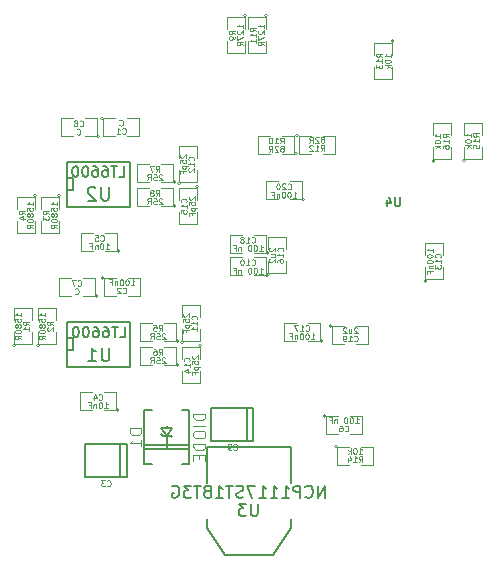
<source format=gbo>
%FSLAX34Y34*%
G04 Gerber Fmt 3.4, Leading zero omitted, Abs format*
G04 (created by PCBNEW (2014-jan-25)-product) date Tue 18 Mar 2014 22:22:30 CET*
%MOIN*%
G01*
G70*
G90*
G04 APERTURE LIST*
%ADD10C,0.005906*%
%ADD11C,0.003900*%
%ADD12C,0.005000*%
%ADD13C,0.008000*%
%ADD14C,0.004300*%
%ADD15C,0.004700*%
%ADD16C,0.006000*%
G04 APERTURE END LIST*
G54D10*
G54D11*
X42980Y-41479D02*
G75*
G03X42980Y-41479I-50J0D01*
G74*
G01*
X43380Y-41479D02*
X42980Y-41479D01*
X42980Y-41479D02*
X42980Y-42079D01*
X42980Y-42079D02*
X43380Y-42079D01*
X43780Y-42079D02*
X44180Y-42079D01*
X44180Y-42079D02*
X44180Y-41479D01*
X44180Y-41479D02*
X43780Y-41479D01*
X43000Y-46800D02*
G75*
G03X43000Y-46800I-50J0D01*
G74*
G01*
X43400Y-46800D02*
X43000Y-46800D01*
X43000Y-46800D02*
X43000Y-47400D01*
X43000Y-47400D02*
X43400Y-47400D01*
X43800Y-47400D02*
X44200Y-47400D01*
X44200Y-47400D02*
X44200Y-46800D01*
X44200Y-46800D02*
X43800Y-46800D01*
X43500Y-51200D02*
G75*
G03X43500Y-51200I-50J0D01*
G74*
G01*
X43000Y-51200D02*
X43400Y-51200D01*
X43400Y-51200D02*
X43400Y-50600D01*
X43400Y-50600D02*
X43000Y-50600D01*
X42600Y-50600D02*
X42200Y-50600D01*
X42200Y-50600D02*
X42200Y-51200D01*
X42200Y-51200D02*
X42600Y-51200D01*
X43550Y-45900D02*
G75*
G03X43550Y-45900I-50J0D01*
G74*
G01*
X43050Y-45900D02*
X43450Y-45900D01*
X43450Y-45900D02*
X43450Y-45300D01*
X43450Y-45300D02*
X43050Y-45300D01*
X42650Y-45300D02*
X42250Y-45300D01*
X42250Y-45300D02*
X42250Y-45900D01*
X42250Y-45900D02*
X42650Y-45900D01*
X50400Y-51400D02*
G75*
G03X50400Y-51400I-50J0D01*
G74*
G01*
X50800Y-51400D02*
X50400Y-51400D01*
X50400Y-51400D02*
X50400Y-52000D01*
X50400Y-52000D02*
X50800Y-52000D01*
X51200Y-52000D02*
X51600Y-52000D01*
X51600Y-52000D02*
X51600Y-51400D01*
X51600Y-51400D02*
X51200Y-51400D01*
X42800Y-47400D02*
G75*
G03X42800Y-47400I-50J0D01*
G74*
G01*
X42300Y-47400D02*
X42700Y-47400D01*
X42700Y-47400D02*
X42700Y-46800D01*
X42700Y-46800D02*
X42300Y-46800D01*
X41900Y-46800D02*
X41500Y-46800D01*
X41500Y-46800D02*
X41500Y-47400D01*
X41500Y-47400D02*
X41900Y-47400D01*
X42860Y-42079D02*
G75*
G03X42860Y-42079I-50J0D01*
G74*
G01*
X42360Y-42079D02*
X42760Y-42079D01*
X42760Y-42079D02*
X42760Y-41479D01*
X42760Y-41479D02*
X42360Y-41479D01*
X41960Y-41479D02*
X41560Y-41479D01*
X41560Y-41479D02*
X41560Y-42079D01*
X41560Y-42079D02*
X41960Y-42079D01*
G54D12*
X47763Y-52215D02*
X47763Y-51115D01*
X47988Y-52215D02*
X46588Y-52215D01*
X46588Y-52215D02*
X46588Y-51115D01*
X46588Y-51115D02*
X47988Y-51115D01*
X47988Y-51115D02*
X47988Y-52215D01*
G54D11*
X48500Y-46710D02*
G75*
G03X48500Y-46710I-50J0D01*
G74*
G01*
X48000Y-46710D02*
X48400Y-46710D01*
X48400Y-46710D02*
X48400Y-46110D01*
X48400Y-46110D02*
X48000Y-46110D01*
X47600Y-46110D02*
X47200Y-46110D01*
X47200Y-46110D02*
X47200Y-46710D01*
X47200Y-46710D02*
X47600Y-46710D01*
X45650Y-48950D02*
G75*
G03X45650Y-48950I-50J0D01*
G74*
G01*
X45600Y-48500D02*
X45600Y-48900D01*
X45600Y-48900D02*
X46200Y-48900D01*
X46200Y-48900D02*
X46200Y-48500D01*
X46200Y-48100D02*
X46200Y-47700D01*
X46200Y-47700D02*
X45600Y-47700D01*
X45600Y-47700D02*
X45600Y-48100D01*
X45550Y-43650D02*
G75*
G03X45550Y-43650I-50J0D01*
G74*
G01*
X45500Y-43200D02*
X45500Y-43600D01*
X45500Y-43600D02*
X46100Y-43600D01*
X46100Y-43600D02*
X46100Y-43200D01*
X46100Y-42800D02*
X46100Y-42400D01*
X46100Y-42400D02*
X45500Y-42400D01*
X45500Y-42400D02*
X45500Y-42800D01*
X53770Y-46890D02*
G75*
G03X53770Y-46890I-50J0D01*
G74*
G01*
X53720Y-46440D02*
X53720Y-46840D01*
X53720Y-46840D02*
X54320Y-46840D01*
X54320Y-46840D02*
X54320Y-46440D01*
X54320Y-46040D02*
X54320Y-45640D01*
X54320Y-45640D02*
X53720Y-45640D01*
X53720Y-45640D02*
X53720Y-46040D01*
X46250Y-49050D02*
G75*
G03X46250Y-49050I-50J0D01*
G74*
G01*
X46200Y-49500D02*
X46200Y-49100D01*
X46200Y-49100D02*
X45600Y-49100D01*
X45600Y-49100D02*
X45600Y-49500D01*
X45600Y-49900D02*
X45600Y-50300D01*
X45600Y-50300D02*
X46200Y-50300D01*
X46200Y-50300D02*
X46200Y-49900D01*
X46150Y-43750D02*
G75*
G03X46150Y-43750I-50J0D01*
G74*
G01*
X46100Y-44200D02*
X46100Y-43800D01*
X46100Y-43800D02*
X45500Y-43800D01*
X45500Y-43800D02*
X45500Y-44200D01*
X45500Y-44600D02*
X45500Y-45000D01*
X45500Y-45000D02*
X46100Y-45000D01*
X46100Y-45000D02*
X46100Y-44600D01*
X48520Y-46690D02*
G75*
G03X48520Y-46690I-50J0D01*
G74*
G01*
X48470Y-46240D02*
X48470Y-46640D01*
X48470Y-46640D02*
X49070Y-46640D01*
X49070Y-46640D02*
X49070Y-46240D01*
X49070Y-45840D02*
X49070Y-45440D01*
X49070Y-45440D02*
X48470Y-45440D01*
X48470Y-45440D02*
X48470Y-45840D01*
X50300Y-48900D02*
G75*
G03X50300Y-48900I-50J0D01*
G74*
G01*
X49800Y-48900D02*
X50200Y-48900D01*
X50200Y-48900D02*
X50200Y-48300D01*
X50200Y-48300D02*
X49800Y-48300D01*
X49400Y-48300D02*
X49000Y-48300D01*
X49000Y-48300D02*
X49000Y-48900D01*
X49000Y-48900D02*
X49400Y-48900D01*
X48500Y-45960D02*
G75*
G03X48500Y-45960I-50J0D01*
G74*
G01*
X48000Y-45960D02*
X48400Y-45960D01*
X48400Y-45960D02*
X48400Y-45360D01*
X48400Y-45360D02*
X48000Y-45360D01*
X47600Y-45360D02*
X47200Y-45360D01*
X47200Y-45360D02*
X47200Y-45960D01*
X47200Y-45960D02*
X47600Y-45960D01*
X50610Y-48400D02*
G75*
G03X50610Y-48400I-50J0D01*
G74*
G01*
X51010Y-48400D02*
X50610Y-48400D01*
X50610Y-48400D02*
X50610Y-49000D01*
X50610Y-49000D02*
X51010Y-49000D01*
X51410Y-49000D02*
X51810Y-49000D01*
X51810Y-49000D02*
X51810Y-48400D01*
X51810Y-48400D02*
X51410Y-48400D01*
X49700Y-44180D02*
G75*
G03X49700Y-44180I-50J0D01*
G74*
G01*
X49200Y-44180D02*
X49600Y-44180D01*
X49600Y-44180D02*
X49600Y-43580D01*
X49600Y-43580D02*
X49200Y-43580D01*
X48800Y-43580D02*
X48400Y-43580D01*
X48400Y-43580D02*
X48400Y-44180D01*
X48400Y-44180D02*
X48800Y-44180D01*
X40050Y-49050D02*
G75*
G03X40050Y-49050I-50J0D01*
G74*
G01*
X40000Y-48600D02*
X40000Y-49000D01*
X40000Y-49000D02*
X40600Y-49000D01*
X40600Y-49000D02*
X40600Y-48600D01*
X40600Y-48200D02*
X40600Y-47800D01*
X40600Y-47800D02*
X40000Y-47800D01*
X40000Y-47800D02*
X40000Y-48200D01*
X40850Y-49050D02*
G75*
G03X40850Y-49050I-50J0D01*
G74*
G01*
X40800Y-48600D02*
X40800Y-49000D01*
X40800Y-49000D02*
X41400Y-49000D01*
X41400Y-49000D02*
X41400Y-48600D01*
X41400Y-48200D02*
X41400Y-47800D01*
X41400Y-47800D02*
X40800Y-47800D01*
X40800Y-47800D02*
X40800Y-48200D01*
X41550Y-44050D02*
G75*
G03X41550Y-44050I-50J0D01*
G74*
G01*
X41500Y-44500D02*
X41500Y-44100D01*
X41500Y-44100D02*
X40900Y-44100D01*
X40900Y-44100D02*
X40900Y-44500D01*
X40900Y-44900D02*
X40900Y-45300D01*
X40900Y-45300D02*
X41500Y-45300D01*
X41500Y-45300D02*
X41500Y-44900D01*
X40750Y-44050D02*
G75*
G03X40750Y-44050I-50J0D01*
G74*
G01*
X40700Y-44500D02*
X40700Y-44100D01*
X40700Y-44100D02*
X40100Y-44100D01*
X40100Y-44100D02*
X40100Y-44500D01*
X40100Y-44900D02*
X40100Y-45300D01*
X40100Y-45300D02*
X40700Y-45300D01*
X40700Y-45300D02*
X40700Y-44900D01*
X45500Y-48900D02*
G75*
G03X45500Y-48900I-50J0D01*
G74*
G01*
X45000Y-48900D02*
X45400Y-48900D01*
X45400Y-48900D02*
X45400Y-48300D01*
X45400Y-48300D02*
X45000Y-48300D01*
X44600Y-48300D02*
X44200Y-48300D01*
X44200Y-48300D02*
X44200Y-48900D01*
X44200Y-48900D02*
X44600Y-48900D01*
X45500Y-49700D02*
G75*
G03X45500Y-49700I-50J0D01*
G74*
G01*
X45000Y-49700D02*
X45400Y-49700D01*
X45400Y-49700D02*
X45400Y-49100D01*
X45400Y-49100D02*
X45000Y-49100D01*
X44600Y-49100D02*
X44200Y-49100D01*
X44200Y-49100D02*
X44200Y-49700D01*
X44200Y-49700D02*
X44600Y-49700D01*
X45400Y-43600D02*
G75*
G03X45400Y-43600I-50J0D01*
G74*
G01*
X44900Y-43600D02*
X45300Y-43600D01*
X45300Y-43600D02*
X45300Y-43000D01*
X45300Y-43000D02*
X44900Y-43000D01*
X44500Y-43000D02*
X44100Y-43000D01*
X44100Y-43000D02*
X44100Y-43600D01*
X44100Y-43600D02*
X44500Y-43600D01*
X45400Y-44400D02*
G75*
G03X45400Y-44400I-50J0D01*
G74*
G01*
X44900Y-44400D02*
X45300Y-44400D01*
X45300Y-44400D02*
X45300Y-43800D01*
X45300Y-43800D02*
X44900Y-43800D01*
X44500Y-43800D02*
X44100Y-43800D01*
X44100Y-43800D02*
X44100Y-44400D01*
X44100Y-44400D02*
X44500Y-44400D01*
X47750Y-38050D02*
G75*
G03X47750Y-38050I-50J0D01*
G74*
G01*
X47700Y-38500D02*
X47700Y-38100D01*
X47700Y-38100D02*
X47100Y-38100D01*
X47100Y-38100D02*
X47100Y-38500D01*
X47100Y-38900D02*
X47100Y-39300D01*
X47100Y-39300D02*
X47700Y-39300D01*
X47700Y-39300D02*
X47700Y-38900D01*
X49450Y-42650D02*
G75*
G03X49450Y-42650I-50J0D01*
G74*
G01*
X48950Y-42650D02*
X49350Y-42650D01*
X49350Y-42650D02*
X49350Y-42050D01*
X49350Y-42050D02*
X48950Y-42050D01*
X48550Y-42050D02*
X48150Y-42050D01*
X48150Y-42050D02*
X48150Y-42650D01*
X48150Y-42650D02*
X48550Y-42650D01*
X48450Y-38050D02*
G75*
G03X48450Y-38050I-50J0D01*
G74*
G01*
X48400Y-38500D02*
X48400Y-38100D01*
X48400Y-38100D02*
X47800Y-38100D01*
X47800Y-38100D02*
X47800Y-38500D01*
X47800Y-38900D02*
X47800Y-39300D01*
X47800Y-39300D02*
X48400Y-39300D01*
X48400Y-39300D02*
X48400Y-38900D01*
X49500Y-42050D02*
G75*
G03X49500Y-42050I-50J0D01*
G74*
G01*
X49900Y-42050D02*
X49500Y-42050D01*
X49500Y-42050D02*
X49500Y-42650D01*
X49500Y-42650D02*
X49900Y-42650D01*
X50300Y-42650D02*
X50700Y-42650D01*
X50700Y-42650D02*
X50700Y-42050D01*
X50700Y-42050D02*
X50300Y-42050D01*
G54D12*
X41778Y-42966D02*
X41778Y-42916D01*
X41778Y-42916D02*
X43878Y-42916D01*
X43878Y-44416D02*
X41778Y-44416D01*
X41778Y-44416D02*
X41778Y-42966D01*
X41778Y-43866D02*
X41978Y-43866D01*
X41978Y-43866D02*
X41978Y-43466D01*
X41978Y-43466D02*
X41778Y-43466D01*
X43878Y-44416D02*
X43878Y-42916D01*
G54D13*
X46426Y-53638D02*
X46426Y-52438D01*
X46426Y-52438D02*
X49226Y-52438D01*
X49226Y-52438D02*
X49226Y-53638D01*
X46426Y-54838D02*
X46426Y-55138D01*
X46426Y-55138D02*
X47026Y-56038D01*
X47026Y-56038D02*
X48626Y-56038D01*
X48626Y-56038D02*
X49226Y-55138D01*
X49226Y-55138D02*
X49226Y-54838D01*
G54D12*
X43550Y-53425D02*
X43550Y-52325D01*
X43775Y-53425D02*
X42375Y-53425D01*
X42375Y-53425D02*
X42375Y-52325D01*
X42375Y-52325D02*
X43775Y-52325D01*
X43775Y-52325D02*
X43775Y-53425D01*
X41788Y-48313D02*
X41788Y-48263D01*
X41788Y-48263D02*
X43888Y-48263D01*
X43888Y-49763D02*
X41788Y-49763D01*
X41788Y-49763D02*
X41788Y-48313D01*
X41788Y-49213D02*
X41988Y-49213D01*
X41988Y-49213D02*
X41988Y-48813D01*
X41988Y-48813D02*
X41788Y-48813D01*
X43888Y-49763D02*
X43888Y-48263D01*
X45100Y-51800D02*
X45100Y-51720D01*
X44350Y-51200D02*
X44350Y-53000D01*
X44350Y-53000D02*
X44600Y-53000D01*
X45850Y-52360D02*
X44350Y-52360D01*
X45850Y-52490D02*
X44350Y-52490D01*
X45600Y-51200D02*
X45850Y-51200D01*
X45850Y-51200D02*
X45850Y-53000D01*
X45850Y-53000D02*
X45600Y-53000D01*
X44600Y-51200D02*
X44350Y-51200D01*
X45100Y-52050D02*
X44913Y-51800D01*
X44913Y-51800D02*
X45100Y-51800D01*
X45100Y-51800D02*
X45287Y-51800D01*
X45287Y-51800D02*
X45100Y-52050D01*
X45100Y-52050D02*
X44975Y-52050D01*
X44975Y-52050D02*
X44913Y-51988D01*
X45100Y-52050D02*
X45225Y-52050D01*
X45225Y-52050D02*
X45287Y-52112D01*
X45100Y-52050D02*
X45100Y-52487D01*
G54D11*
X52669Y-38910D02*
G75*
G03X52669Y-38910I-50J0D01*
G74*
G01*
X52619Y-39360D02*
X52619Y-38960D01*
X52619Y-38960D02*
X52019Y-38960D01*
X52019Y-38960D02*
X52019Y-39360D01*
X52019Y-39760D02*
X52019Y-40160D01*
X52019Y-40160D02*
X52619Y-40160D01*
X52619Y-40160D02*
X52619Y-39760D01*
X50780Y-52420D02*
G75*
G03X50780Y-52420I-50J0D01*
G74*
G01*
X51180Y-52420D02*
X50780Y-52420D01*
X50780Y-52420D02*
X50780Y-53020D01*
X50780Y-53020D02*
X51180Y-53020D01*
X51580Y-53020D02*
X51980Y-53020D01*
X51980Y-53020D02*
X51980Y-52420D01*
X51980Y-52420D02*
X51580Y-52420D01*
X55050Y-42870D02*
G75*
G03X55050Y-42870I-50J0D01*
G74*
G01*
X55000Y-42420D02*
X55000Y-42820D01*
X55000Y-42820D02*
X55600Y-42820D01*
X55600Y-42820D02*
X55600Y-42420D01*
X55600Y-42020D02*
X55600Y-41620D01*
X55600Y-41620D02*
X55000Y-41620D01*
X55000Y-41620D02*
X55000Y-42020D01*
X54029Y-42890D02*
G75*
G03X54029Y-42890I-50J0D01*
G74*
G01*
X53979Y-42440D02*
X53979Y-42840D01*
X53979Y-42840D02*
X54579Y-42840D01*
X54579Y-42840D02*
X54579Y-42440D01*
X54579Y-42040D02*
X54579Y-41640D01*
X54579Y-41640D02*
X53979Y-41640D01*
X53979Y-41640D02*
X53979Y-42040D01*
G54D14*
X43612Y-41975D02*
X43622Y-41984D01*
X43650Y-41994D01*
X43669Y-41994D01*
X43697Y-41984D01*
X43716Y-41965D01*
X43725Y-41947D01*
X43734Y-41909D01*
X43734Y-41881D01*
X43725Y-41844D01*
X43716Y-41825D01*
X43697Y-41806D01*
X43669Y-41797D01*
X43650Y-41797D01*
X43622Y-41806D01*
X43612Y-41815D01*
X43425Y-41994D02*
X43537Y-41994D01*
X43481Y-41994D02*
X43481Y-41797D01*
X43500Y-41825D01*
X43519Y-41844D01*
X43537Y-41853D01*
X43519Y-41700D02*
X43528Y-41709D01*
X43556Y-41719D01*
X43575Y-41719D01*
X43603Y-41709D01*
X43622Y-41690D01*
X43631Y-41672D01*
X43640Y-41634D01*
X43640Y-41606D01*
X43631Y-41569D01*
X43622Y-41550D01*
X43603Y-41531D01*
X43575Y-41522D01*
X43556Y-41522D01*
X43528Y-41531D01*
X43519Y-41540D01*
X43632Y-47295D02*
X43642Y-47304D01*
X43670Y-47314D01*
X43689Y-47314D01*
X43717Y-47304D01*
X43736Y-47285D01*
X43745Y-47267D01*
X43754Y-47229D01*
X43754Y-47201D01*
X43745Y-47164D01*
X43736Y-47145D01*
X43717Y-47126D01*
X43689Y-47117D01*
X43670Y-47117D01*
X43642Y-47126D01*
X43632Y-47135D01*
X43557Y-47135D02*
X43548Y-47126D01*
X43529Y-47117D01*
X43482Y-47117D01*
X43463Y-47126D01*
X43454Y-47135D01*
X43445Y-47154D01*
X43445Y-47173D01*
X43454Y-47201D01*
X43567Y-47314D01*
X43445Y-47314D01*
X43904Y-47039D02*
X44017Y-47039D01*
X43961Y-47039D02*
X43961Y-46842D01*
X43979Y-46870D01*
X43998Y-46889D01*
X44017Y-46898D01*
X43782Y-46842D02*
X43764Y-46842D01*
X43745Y-46851D01*
X43736Y-46860D01*
X43726Y-46879D01*
X43717Y-46917D01*
X43717Y-46964D01*
X43726Y-47001D01*
X43736Y-47020D01*
X43745Y-47029D01*
X43764Y-47039D01*
X43782Y-47039D01*
X43801Y-47029D01*
X43811Y-47020D01*
X43820Y-47001D01*
X43829Y-46964D01*
X43829Y-46917D01*
X43820Y-46879D01*
X43811Y-46860D01*
X43801Y-46851D01*
X43782Y-46842D01*
X43595Y-46842D02*
X43576Y-46842D01*
X43557Y-46851D01*
X43548Y-46860D01*
X43539Y-46879D01*
X43529Y-46917D01*
X43529Y-46964D01*
X43539Y-47001D01*
X43548Y-47020D01*
X43557Y-47029D01*
X43576Y-47039D01*
X43595Y-47039D01*
X43614Y-47029D01*
X43623Y-47020D01*
X43632Y-47001D01*
X43642Y-46964D01*
X43642Y-46917D01*
X43632Y-46879D01*
X43623Y-46860D01*
X43614Y-46851D01*
X43595Y-46842D01*
X43445Y-46907D02*
X43445Y-47039D01*
X43445Y-46926D02*
X43435Y-46917D01*
X43417Y-46907D01*
X43388Y-46907D01*
X43370Y-46917D01*
X43360Y-46935D01*
X43360Y-47039D01*
X43201Y-46935D02*
X43266Y-46935D01*
X43266Y-47039D02*
X43266Y-46842D01*
X43173Y-46842D01*
X42832Y-50845D02*
X42842Y-50854D01*
X42870Y-50864D01*
X42889Y-50864D01*
X42917Y-50854D01*
X42936Y-50835D01*
X42945Y-50817D01*
X42954Y-50779D01*
X42954Y-50751D01*
X42945Y-50714D01*
X42936Y-50695D01*
X42917Y-50676D01*
X42889Y-50667D01*
X42870Y-50667D01*
X42842Y-50676D01*
X42832Y-50685D01*
X42663Y-50732D02*
X42663Y-50864D01*
X42710Y-50657D02*
X42757Y-50798D01*
X42635Y-50798D01*
X43011Y-51139D02*
X43123Y-51139D01*
X43067Y-51139D02*
X43067Y-50942D01*
X43086Y-50970D01*
X43104Y-50989D01*
X43123Y-50998D01*
X42889Y-50942D02*
X42870Y-50942D01*
X42851Y-50951D01*
X42842Y-50960D01*
X42832Y-50979D01*
X42823Y-51017D01*
X42823Y-51064D01*
X42832Y-51101D01*
X42842Y-51120D01*
X42851Y-51129D01*
X42870Y-51139D01*
X42889Y-51139D01*
X42907Y-51129D01*
X42917Y-51120D01*
X42926Y-51101D01*
X42936Y-51064D01*
X42936Y-51017D01*
X42926Y-50979D01*
X42917Y-50960D01*
X42907Y-50951D01*
X42889Y-50942D01*
X42739Y-51007D02*
X42739Y-51139D01*
X42739Y-51026D02*
X42729Y-51017D01*
X42710Y-51007D01*
X42682Y-51007D01*
X42663Y-51017D01*
X42654Y-51035D01*
X42654Y-51139D01*
X42495Y-51035D02*
X42560Y-51035D01*
X42560Y-51139D02*
X42560Y-50942D01*
X42466Y-50942D01*
X42882Y-45545D02*
X42892Y-45554D01*
X42920Y-45564D01*
X42939Y-45564D01*
X42967Y-45554D01*
X42986Y-45535D01*
X42995Y-45517D01*
X43004Y-45479D01*
X43004Y-45451D01*
X42995Y-45414D01*
X42986Y-45395D01*
X42967Y-45376D01*
X42939Y-45367D01*
X42920Y-45367D01*
X42892Y-45376D01*
X42882Y-45385D01*
X42704Y-45367D02*
X42798Y-45367D01*
X42807Y-45460D01*
X42798Y-45451D01*
X42779Y-45442D01*
X42732Y-45442D01*
X42713Y-45451D01*
X42704Y-45460D01*
X42695Y-45479D01*
X42695Y-45526D01*
X42704Y-45545D01*
X42713Y-45554D01*
X42732Y-45564D01*
X42779Y-45564D01*
X42798Y-45554D01*
X42807Y-45545D01*
X43061Y-45839D02*
X43173Y-45839D01*
X43117Y-45839D02*
X43117Y-45642D01*
X43136Y-45670D01*
X43154Y-45689D01*
X43173Y-45698D01*
X42939Y-45642D02*
X42920Y-45642D01*
X42901Y-45651D01*
X42892Y-45660D01*
X42882Y-45679D01*
X42873Y-45717D01*
X42873Y-45764D01*
X42882Y-45801D01*
X42892Y-45820D01*
X42901Y-45829D01*
X42920Y-45839D01*
X42939Y-45839D01*
X42957Y-45829D01*
X42967Y-45820D01*
X42976Y-45801D01*
X42986Y-45764D01*
X42986Y-45717D01*
X42976Y-45679D01*
X42967Y-45660D01*
X42957Y-45651D01*
X42939Y-45642D01*
X42789Y-45707D02*
X42789Y-45839D01*
X42789Y-45726D02*
X42779Y-45717D01*
X42760Y-45707D01*
X42732Y-45707D01*
X42713Y-45717D01*
X42704Y-45735D01*
X42704Y-45839D01*
X42545Y-45735D02*
X42610Y-45735D01*
X42610Y-45839D02*
X42610Y-45642D01*
X42516Y-45642D01*
X51032Y-51895D02*
X51042Y-51904D01*
X51070Y-51914D01*
X51089Y-51914D01*
X51117Y-51904D01*
X51136Y-51885D01*
X51145Y-51867D01*
X51154Y-51829D01*
X51154Y-51801D01*
X51145Y-51764D01*
X51136Y-51745D01*
X51117Y-51726D01*
X51089Y-51717D01*
X51070Y-51717D01*
X51042Y-51726D01*
X51032Y-51735D01*
X50863Y-51717D02*
X50901Y-51717D01*
X50920Y-51726D01*
X50929Y-51735D01*
X50948Y-51764D01*
X50957Y-51801D01*
X50957Y-51876D01*
X50948Y-51895D01*
X50939Y-51904D01*
X50920Y-51914D01*
X50882Y-51914D01*
X50863Y-51904D01*
X50854Y-51895D01*
X50845Y-51876D01*
X50845Y-51829D01*
X50854Y-51810D01*
X50863Y-51801D01*
X50882Y-51792D01*
X50920Y-51792D01*
X50939Y-51801D01*
X50948Y-51810D01*
X50957Y-51829D01*
X51379Y-51639D02*
X51492Y-51639D01*
X51436Y-51639D02*
X51436Y-51442D01*
X51454Y-51470D01*
X51473Y-51489D01*
X51492Y-51498D01*
X51257Y-51442D02*
X51239Y-51442D01*
X51220Y-51451D01*
X51211Y-51460D01*
X51201Y-51479D01*
X51192Y-51517D01*
X51192Y-51564D01*
X51201Y-51601D01*
X51211Y-51620D01*
X51220Y-51629D01*
X51239Y-51639D01*
X51257Y-51639D01*
X51276Y-51629D01*
X51286Y-51620D01*
X51295Y-51601D01*
X51304Y-51564D01*
X51304Y-51517D01*
X51295Y-51479D01*
X51286Y-51460D01*
X51276Y-51451D01*
X51257Y-51442D01*
X51070Y-51442D02*
X51051Y-51442D01*
X51032Y-51451D01*
X51023Y-51460D01*
X51014Y-51479D01*
X51004Y-51517D01*
X51004Y-51564D01*
X51014Y-51601D01*
X51023Y-51620D01*
X51032Y-51629D01*
X51051Y-51639D01*
X51070Y-51639D01*
X51089Y-51629D01*
X51098Y-51620D01*
X51107Y-51601D01*
X51117Y-51564D01*
X51117Y-51517D01*
X51107Y-51479D01*
X51098Y-51460D01*
X51089Y-51451D01*
X51070Y-51442D01*
X50770Y-51507D02*
X50770Y-51639D01*
X50770Y-51526D02*
X50760Y-51517D01*
X50742Y-51507D01*
X50713Y-51507D01*
X50695Y-51517D01*
X50685Y-51535D01*
X50685Y-51639D01*
X50526Y-51535D02*
X50591Y-51535D01*
X50591Y-51639D02*
X50591Y-51442D01*
X50498Y-51442D01*
X42132Y-47045D02*
X42142Y-47054D01*
X42170Y-47064D01*
X42189Y-47064D01*
X42217Y-47054D01*
X42236Y-47035D01*
X42245Y-47017D01*
X42254Y-46979D01*
X42254Y-46951D01*
X42245Y-46914D01*
X42236Y-46895D01*
X42217Y-46876D01*
X42189Y-46867D01*
X42170Y-46867D01*
X42142Y-46876D01*
X42132Y-46885D01*
X42067Y-46867D02*
X41935Y-46867D01*
X42020Y-47064D01*
X42039Y-47320D02*
X42048Y-47329D01*
X42076Y-47339D01*
X42095Y-47339D01*
X42123Y-47329D01*
X42142Y-47310D01*
X42151Y-47292D01*
X42160Y-47254D01*
X42160Y-47226D01*
X42151Y-47189D01*
X42142Y-47170D01*
X42123Y-47151D01*
X42095Y-47142D01*
X42076Y-47142D01*
X42048Y-47151D01*
X42039Y-47160D01*
X42192Y-41725D02*
X42202Y-41734D01*
X42230Y-41744D01*
X42249Y-41744D01*
X42277Y-41734D01*
X42296Y-41715D01*
X42305Y-41697D01*
X42314Y-41659D01*
X42314Y-41631D01*
X42305Y-41594D01*
X42296Y-41575D01*
X42277Y-41556D01*
X42249Y-41547D01*
X42230Y-41547D01*
X42202Y-41556D01*
X42192Y-41565D01*
X42080Y-41631D02*
X42099Y-41622D01*
X42108Y-41612D01*
X42117Y-41594D01*
X42117Y-41584D01*
X42108Y-41565D01*
X42099Y-41556D01*
X42080Y-41547D01*
X42042Y-41547D01*
X42023Y-41556D01*
X42014Y-41565D01*
X42005Y-41584D01*
X42005Y-41594D01*
X42014Y-41612D01*
X42023Y-41622D01*
X42042Y-41631D01*
X42080Y-41631D01*
X42099Y-41640D01*
X42108Y-41650D01*
X42117Y-41669D01*
X42117Y-41706D01*
X42108Y-41725D01*
X42099Y-41734D01*
X42080Y-41744D01*
X42042Y-41744D01*
X42023Y-41734D01*
X42014Y-41725D01*
X42005Y-41706D01*
X42005Y-41669D01*
X42014Y-41650D01*
X42023Y-41640D01*
X42042Y-41631D01*
X42099Y-42000D02*
X42108Y-42009D01*
X42136Y-42019D01*
X42155Y-42019D01*
X42183Y-42009D01*
X42202Y-41990D01*
X42211Y-41972D01*
X42220Y-41934D01*
X42220Y-41906D01*
X42211Y-41869D01*
X42202Y-41850D01*
X42183Y-41831D01*
X42155Y-41822D01*
X42136Y-41822D01*
X42108Y-41831D01*
X42099Y-41840D01*
G54D15*
X47321Y-52511D02*
X47330Y-52520D01*
X47358Y-52529D01*
X47377Y-52529D01*
X47405Y-52520D01*
X47424Y-52501D01*
X47433Y-52482D01*
X47442Y-52445D01*
X47442Y-52417D01*
X47433Y-52379D01*
X47424Y-52361D01*
X47405Y-52342D01*
X47377Y-52332D01*
X47358Y-52332D01*
X47330Y-52342D01*
X47321Y-52351D01*
X47227Y-52529D02*
X47189Y-52529D01*
X47170Y-52520D01*
X47161Y-52511D01*
X47142Y-52482D01*
X47133Y-52445D01*
X47133Y-52370D01*
X47142Y-52351D01*
X47152Y-52342D01*
X47170Y-52332D01*
X47208Y-52332D01*
X47227Y-52342D01*
X47236Y-52351D01*
X47245Y-52370D01*
X47245Y-52417D01*
X47236Y-52436D01*
X47227Y-52445D01*
X47208Y-52454D01*
X47170Y-52454D01*
X47152Y-52445D01*
X47142Y-52436D01*
X47133Y-52417D01*
G54D14*
X47926Y-46355D02*
X47936Y-46364D01*
X47964Y-46374D01*
X47982Y-46374D01*
X48011Y-46364D01*
X48029Y-46345D01*
X48039Y-46327D01*
X48048Y-46289D01*
X48048Y-46261D01*
X48039Y-46224D01*
X48029Y-46205D01*
X48011Y-46186D01*
X47982Y-46177D01*
X47964Y-46177D01*
X47936Y-46186D01*
X47926Y-46195D01*
X47739Y-46374D02*
X47851Y-46374D01*
X47795Y-46374D02*
X47795Y-46177D01*
X47814Y-46205D01*
X47832Y-46224D01*
X47851Y-46233D01*
X47617Y-46177D02*
X47598Y-46177D01*
X47579Y-46186D01*
X47570Y-46195D01*
X47560Y-46214D01*
X47551Y-46252D01*
X47551Y-46299D01*
X47560Y-46336D01*
X47570Y-46355D01*
X47579Y-46364D01*
X47598Y-46374D01*
X47617Y-46374D01*
X47635Y-46364D01*
X47645Y-46355D01*
X47654Y-46336D01*
X47663Y-46299D01*
X47663Y-46252D01*
X47654Y-46214D01*
X47645Y-46195D01*
X47635Y-46186D01*
X47617Y-46177D01*
X48179Y-46649D02*
X48292Y-46649D01*
X48236Y-46649D02*
X48236Y-46452D01*
X48254Y-46480D01*
X48273Y-46499D01*
X48292Y-46508D01*
X48057Y-46452D02*
X48039Y-46452D01*
X48020Y-46461D01*
X48011Y-46470D01*
X48001Y-46489D01*
X47992Y-46527D01*
X47992Y-46574D01*
X48001Y-46611D01*
X48011Y-46630D01*
X48020Y-46639D01*
X48039Y-46649D01*
X48057Y-46649D01*
X48076Y-46639D01*
X48086Y-46630D01*
X48095Y-46611D01*
X48104Y-46574D01*
X48104Y-46527D01*
X48095Y-46489D01*
X48086Y-46470D01*
X48076Y-46461D01*
X48057Y-46452D01*
X47870Y-46452D02*
X47851Y-46452D01*
X47832Y-46461D01*
X47823Y-46470D01*
X47814Y-46489D01*
X47804Y-46527D01*
X47804Y-46574D01*
X47814Y-46611D01*
X47823Y-46630D01*
X47832Y-46639D01*
X47851Y-46649D01*
X47870Y-46649D01*
X47889Y-46639D01*
X47898Y-46630D01*
X47907Y-46611D01*
X47917Y-46574D01*
X47917Y-46527D01*
X47907Y-46489D01*
X47898Y-46470D01*
X47889Y-46461D01*
X47870Y-46452D01*
X47570Y-46517D02*
X47570Y-46649D01*
X47570Y-46536D02*
X47560Y-46527D01*
X47542Y-46517D01*
X47513Y-46517D01*
X47495Y-46527D01*
X47485Y-46545D01*
X47485Y-46649D01*
X47326Y-46545D02*
X47391Y-46545D01*
X47391Y-46649D02*
X47391Y-46452D01*
X47298Y-46452D01*
X46095Y-48173D02*
X46104Y-48163D01*
X46114Y-48135D01*
X46114Y-48117D01*
X46104Y-48088D01*
X46085Y-48070D01*
X46067Y-48060D01*
X46029Y-48051D01*
X46001Y-48051D01*
X45964Y-48060D01*
X45945Y-48070D01*
X45926Y-48088D01*
X45917Y-48117D01*
X45917Y-48135D01*
X45926Y-48163D01*
X45935Y-48173D01*
X46114Y-48360D02*
X46114Y-48248D01*
X46114Y-48304D02*
X45917Y-48304D01*
X45945Y-48285D01*
X45964Y-48267D01*
X45973Y-48248D01*
X46114Y-48548D02*
X46114Y-48436D01*
X46114Y-48492D02*
X45917Y-48492D01*
X45945Y-48473D01*
X45964Y-48454D01*
X45973Y-48436D01*
X45660Y-47976D02*
X45651Y-47985D01*
X45642Y-48004D01*
X45642Y-48051D01*
X45651Y-48070D01*
X45660Y-48079D01*
X45679Y-48088D01*
X45698Y-48088D01*
X45726Y-48079D01*
X45839Y-47966D01*
X45839Y-48088D01*
X45642Y-48267D02*
X45642Y-48173D01*
X45735Y-48163D01*
X45726Y-48173D01*
X45717Y-48192D01*
X45717Y-48239D01*
X45726Y-48257D01*
X45735Y-48267D01*
X45754Y-48276D01*
X45801Y-48276D01*
X45820Y-48267D01*
X45829Y-48257D01*
X45839Y-48239D01*
X45839Y-48192D01*
X45829Y-48173D01*
X45820Y-48163D01*
X45707Y-48360D02*
X45904Y-48360D01*
X45717Y-48360D02*
X45707Y-48379D01*
X45707Y-48417D01*
X45717Y-48436D01*
X45726Y-48445D01*
X45745Y-48454D01*
X45801Y-48454D01*
X45820Y-48445D01*
X45829Y-48436D01*
X45839Y-48417D01*
X45839Y-48379D01*
X45829Y-48360D01*
X45735Y-48604D02*
X45735Y-48539D01*
X45839Y-48539D02*
X45642Y-48539D01*
X45642Y-48633D01*
X45995Y-42873D02*
X46004Y-42863D01*
X46014Y-42835D01*
X46014Y-42817D01*
X46004Y-42788D01*
X45985Y-42770D01*
X45967Y-42760D01*
X45929Y-42751D01*
X45901Y-42751D01*
X45864Y-42760D01*
X45845Y-42770D01*
X45826Y-42788D01*
X45817Y-42817D01*
X45817Y-42835D01*
X45826Y-42863D01*
X45835Y-42873D01*
X46014Y-43060D02*
X46014Y-42948D01*
X46014Y-43004D02*
X45817Y-43004D01*
X45845Y-42985D01*
X45864Y-42967D01*
X45873Y-42948D01*
X45835Y-43136D02*
X45826Y-43145D01*
X45817Y-43164D01*
X45817Y-43211D01*
X45826Y-43229D01*
X45835Y-43239D01*
X45854Y-43248D01*
X45873Y-43248D01*
X45901Y-43239D01*
X46014Y-43126D01*
X46014Y-43248D01*
X45560Y-42676D02*
X45551Y-42685D01*
X45542Y-42704D01*
X45542Y-42751D01*
X45551Y-42770D01*
X45560Y-42779D01*
X45579Y-42788D01*
X45598Y-42788D01*
X45626Y-42779D01*
X45739Y-42666D01*
X45739Y-42788D01*
X45542Y-42967D02*
X45542Y-42873D01*
X45635Y-42863D01*
X45626Y-42873D01*
X45617Y-42892D01*
X45617Y-42939D01*
X45626Y-42957D01*
X45635Y-42967D01*
X45654Y-42976D01*
X45701Y-42976D01*
X45720Y-42967D01*
X45729Y-42957D01*
X45739Y-42939D01*
X45739Y-42892D01*
X45729Y-42873D01*
X45720Y-42863D01*
X45607Y-43060D02*
X45804Y-43060D01*
X45617Y-43060D02*
X45607Y-43079D01*
X45607Y-43117D01*
X45617Y-43136D01*
X45626Y-43145D01*
X45645Y-43154D01*
X45701Y-43154D01*
X45720Y-43145D01*
X45729Y-43136D01*
X45739Y-43117D01*
X45739Y-43079D01*
X45729Y-43060D01*
X45635Y-43304D02*
X45635Y-43239D01*
X45739Y-43239D02*
X45542Y-43239D01*
X45542Y-43333D01*
X54215Y-46113D02*
X54224Y-46103D01*
X54234Y-46075D01*
X54234Y-46057D01*
X54224Y-46028D01*
X54205Y-46010D01*
X54187Y-46000D01*
X54149Y-45991D01*
X54121Y-45991D01*
X54084Y-46000D01*
X54065Y-46010D01*
X54046Y-46028D01*
X54037Y-46057D01*
X54037Y-46075D01*
X54046Y-46103D01*
X54055Y-46113D01*
X54234Y-46300D02*
X54234Y-46188D01*
X54234Y-46244D02*
X54037Y-46244D01*
X54065Y-46225D01*
X54084Y-46207D01*
X54093Y-46188D01*
X54037Y-46366D02*
X54037Y-46488D01*
X54112Y-46422D01*
X54112Y-46451D01*
X54121Y-46469D01*
X54130Y-46479D01*
X54149Y-46488D01*
X54196Y-46488D01*
X54215Y-46479D01*
X54224Y-46469D01*
X54234Y-46451D01*
X54234Y-46394D01*
X54224Y-46376D01*
X54215Y-46366D01*
X53959Y-45935D02*
X53959Y-45822D01*
X53959Y-45878D02*
X53762Y-45878D01*
X53790Y-45860D01*
X53809Y-45841D01*
X53818Y-45822D01*
X53762Y-46057D02*
X53762Y-46075D01*
X53771Y-46094D01*
X53780Y-46103D01*
X53799Y-46113D01*
X53837Y-46122D01*
X53884Y-46122D01*
X53921Y-46113D01*
X53940Y-46103D01*
X53949Y-46094D01*
X53959Y-46075D01*
X53959Y-46057D01*
X53949Y-46038D01*
X53940Y-46028D01*
X53921Y-46019D01*
X53884Y-46010D01*
X53837Y-46010D01*
X53799Y-46019D01*
X53780Y-46028D01*
X53771Y-46038D01*
X53762Y-46057D01*
X53762Y-46244D02*
X53762Y-46263D01*
X53771Y-46282D01*
X53780Y-46291D01*
X53799Y-46300D01*
X53837Y-46310D01*
X53884Y-46310D01*
X53921Y-46300D01*
X53940Y-46291D01*
X53949Y-46282D01*
X53959Y-46263D01*
X53959Y-46244D01*
X53949Y-46225D01*
X53940Y-46216D01*
X53921Y-46207D01*
X53884Y-46197D01*
X53837Y-46197D01*
X53799Y-46207D01*
X53780Y-46216D01*
X53771Y-46225D01*
X53762Y-46244D01*
X53827Y-46394D02*
X53959Y-46394D01*
X53846Y-46394D02*
X53837Y-46404D01*
X53827Y-46422D01*
X53827Y-46451D01*
X53837Y-46469D01*
X53855Y-46479D01*
X53959Y-46479D01*
X53855Y-46638D02*
X53855Y-46573D01*
X53959Y-46573D02*
X53762Y-46573D01*
X53762Y-46666D01*
X45845Y-49573D02*
X45854Y-49563D01*
X45864Y-49535D01*
X45864Y-49517D01*
X45854Y-49488D01*
X45835Y-49470D01*
X45817Y-49460D01*
X45779Y-49451D01*
X45751Y-49451D01*
X45714Y-49460D01*
X45695Y-49470D01*
X45676Y-49488D01*
X45667Y-49517D01*
X45667Y-49535D01*
X45676Y-49563D01*
X45685Y-49573D01*
X45864Y-49760D02*
X45864Y-49648D01*
X45864Y-49704D02*
X45667Y-49704D01*
X45695Y-49685D01*
X45714Y-49667D01*
X45723Y-49648D01*
X45732Y-49929D02*
X45864Y-49929D01*
X45657Y-49882D02*
X45798Y-49836D01*
X45798Y-49957D01*
X45960Y-49376D02*
X45951Y-49385D01*
X45942Y-49404D01*
X45942Y-49451D01*
X45951Y-49470D01*
X45960Y-49479D01*
X45979Y-49488D01*
X45998Y-49488D01*
X46026Y-49479D01*
X46139Y-49366D01*
X46139Y-49488D01*
X45942Y-49667D02*
X45942Y-49573D01*
X46035Y-49563D01*
X46026Y-49573D01*
X46017Y-49592D01*
X46017Y-49639D01*
X46026Y-49657D01*
X46035Y-49667D01*
X46054Y-49676D01*
X46101Y-49676D01*
X46120Y-49667D01*
X46129Y-49657D01*
X46139Y-49639D01*
X46139Y-49592D01*
X46129Y-49573D01*
X46120Y-49563D01*
X46007Y-49760D02*
X46204Y-49760D01*
X46017Y-49760D02*
X46007Y-49779D01*
X46007Y-49817D01*
X46017Y-49836D01*
X46026Y-49845D01*
X46045Y-49854D01*
X46101Y-49854D01*
X46120Y-49845D01*
X46129Y-49836D01*
X46139Y-49817D01*
X46139Y-49779D01*
X46129Y-49760D01*
X46035Y-50004D02*
X46035Y-49939D01*
X46139Y-49939D02*
X45942Y-49939D01*
X45942Y-50033D01*
X45745Y-44273D02*
X45754Y-44263D01*
X45764Y-44235D01*
X45764Y-44217D01*
X45754Y-44188D01*
X45735Y-44170D01*
X45717Y-44160D01*
X45679Y-44151D01*
X45651Y-44151D01*
X45614Y-44160D01*
X45595Y-44170D01*
X45576Y-44188D01*
X45567Y-44217D01*
X45567Y-44235D01*
X45576Y-44263D01*
X45585Y-44273D01*
X45764Y-44460D02*
X45764Y-44348D01*
X45764Y-44404D02*
X45567Y-44404D01*
X45595Y-44385D01*
X45614Y-44367D01*
X45623Y-44348D01*
X45567Y-44639D02*
X45567Y-44545D01*
X45660Y-44536D01*
X45651Y-44545D01*
X45642Y-44564D01*
X45642Y-44611D01*
X45651Y-44629D01*
X45660Y-44639D01*
X45679Y-44648D01*
X45726Y-44648D01*
X45745Y-44639D01*
X45754Y-44629D01*
X45764Y-44611D01*
X45764Y-44564D01*
X45754Y-44545D01*
X45745Y-44536D01*
X45860Y-44076D02*
X45851Y-44085D01*
X45842Y-44104D01*
X45842Y-44151D01*
X45851Y-44170D01*
X45860Y-44179D01*
X45879Y-44188D01*
X45898Y-44188D01*
X45926Y-44179D01*
X46039Y-44066D01*
X46039Y-44188D01*
X45842Y-44367D02*
X45842Y-44273D01*
X45935Y-44263D01*
X45926Y-44273D01*
X45917Y-44292D01*
X45917Y-44339D01*
X45926Y-44357D01*
X45935Y-44367D01*
X45954Y-44376D01*
X46001Y-44376D01*
X46020Y-44367D01*
X46029Y-44357D01*
X46039Y-44339D01*
X46039Y-44292D01*
X46029Y-44273D01*
X46020Y-44263D01*
X45907Y-44460D02*
X46104Y-44460D01*
X45917Y-44460D02*
X45907Y-44479D01*
X45907Y-44517D01*
X45917Y-44536D01*
X45926Y-44545D01*
X45945Y-44554D01*
X46001Y-44554D01*
X46020Y-44545D01*
X46029Y-44536D01*
X46039Y-44517D01*
X46039Y-44479D01*
X46029Y-44460D01*
X45935Y-44704D02*
X45935Y-44639D01*
X46039Y-44639D02*
X45842Y-44639D01*
X45842Y-44733D01*
X48965Y-45913D02*
X48974Y-45903D01*
X48984Y-45875D01*
X48984Y-45857D01*
X48974Y-45828D01*
X48955Y-45810D01*
X48937Y-45800D01*
X48899Y-45791D01*
X48871Y-45791D01*
X48834Y-45800D01*
X48815Y-45810D01*
X48796Y-45828D01*
X48787Y-45857D01*
X48787Y-45875D01*
X48796Y-45903D01*
X48805Y-45913D01*
X48984Y-46100D02*
X48984Y-45988D01*
X48984Y-46044D02*
X48787Y-46044D01*
X48815Y-46025D01*
X48834Y-46007D01*
X48843Y-45988D01*
X48787Y-46269D02*
X48787Y-46232D01*
X48796Y-46213D01*
X48805Y-46204D01*
X48834Y-46185D01*
X48871Y-46176D01*
X48946Y-46176D01*
X48965Y-46185D01*
X48974Y-46194D01*
X48984Y-46213D01*
X48984Y-46251D01*
X48974Y-46269D01*
X48965Y-46279D01*
X48946Y-46288D01*
X48899Y-46288D01*
X48880Y-46279D01*
X48871Y-46269D01*
X48862Y-46251D01*
X48862Y-46213D01*
X48871Y-46194D01*
X48880Y-46185D01*
X48899Y-46176D01*
X48530Y-45800D02*
X48521Y-45810D01*
X48512Y-45828D01*
X48512Y-45875D01*
X48521Y-45894D01*
X48530Y-45903D01*
X48549Y-45913D01*
X48568Y-45913D01*
X48596Y-45903D01*
X48709Y-45791D01*
X48709Y-45913D01*
X48577Y-46082D02*
X48709Y-46082D01*
X48577Y-45997D02*
X48680Y-45997D01*
X48699Y-46007D01*
X48709Y-46025D01*
X48709Y-46054D01*
X48699Y-46072D01*
X48690Y-46082D01*
X48530Y-46166D02*
X48521Y-46176D01*
X48512Y-46194D01*
X48512Y-46241D01*
X48521Y-46260D01*
X48530Y-46269D01*
X48549Y-46279D01*
X48568Y-46279D01*
X48596Y-46269D01*
X48709Y-46157D01*
X48709Y-46279D01*
X49726Y-48545D02*
X49736Y-48554D01*
X49764Y-48564D01*
X49782Y-48564D01*
X49811Y-48554D01*
X49829Y-48535D01*
X49839Y-48517D01*
X49848Y-48479D01*
X49848Y-48451D01*
X49839Y-48414D01*
X49829Y-48395D01*
X49811Y-48376D01*
X49782Y-48367D01*
X49764Y-48367D01*
X49736Y-48376D01*
X49726Y-48385D01*
X49539Y-48564D02*
X49651Y-48564D01*
X49595Y-48564D02*
X49595Y-48367D01*
X49614Y-48395D01*
X49632Y-48414D01*
X49651Y-48423D01*
X49473Y-48367D02*
X49342Y-48367D01*
X49426Y-48564D01*
X49904Y-48839D02*
X50017Y-48839D01*
X49961Y-48839D02*
X49961Y-48642D01*
X49979Y-48670D01*
X49998Y-48689D01*
X50017Y-48698D01*
X49782Y-48642D02*
X49764Y-48642D01*
X49745Y-48651D01*
X49736Y-48660D01*
X49726Y-48679D01*
X49717Y-48717D01*
X49717Y-48764D01*
X49726Y-48801D01*
X49736Y-48820D01*
X49745Y-48829D01*
X49764Y-48839D01*
X49782Y-48839D01*
X49801Y-48829D01*
X49811Y-48820D01*
X49820Y-48801D01*
X49829Y-48764D01*
X49829Y-48717D01*
X49820Y-48679D01*
X49811Y-48660D01*
X49801Y-48651D01*
X49782Y-48642D01*
X49595Y-48642D02*
X49576Y-48642D01*
X49557Y-48651D01*
X49548Y-48660D01*
X49539Y-48679D01*
X49529Y-48717D01*
X49529Y-48764D01*
X49539Y-48801D01*
X49548Y-48820D01*
X49557Y-48829D01*
X49576Y-48839D01*
X49595Y-48839D01*
X49614Y-48829D01*
X49623Y-48820D01*
X49632Y-48801D01*
X49642Y-48764D01*
X49642Y-48717D01*
X49632Y-48679D01*
X49623Y-48660D01*
X49614Y-48651D01*
X49595Y-48642D01*
X49445Y-48707D02*
X49445Y-48839D01*
X49445Y-48726D02*
X49435Y-48717D01*
X49417Y-48707D01*
X49388Y-48707D01*
X49370Y-48717D01*
X49360Y-48735D01*
X49360Y-48839D01*
X49201Y-48735D02*
X49266Y-48735D01*
X49266Y-48839D02*
X49266Y-48642D01*
X49173Y-48642D01*
X47926Y-45605D02*
X47936Y-45614D01*
X47964Y-45624D01*
X47982Y-45624D01*
X48011Y-45614D01*
X48029Y-45595D01*
X48039Y-45577D01*
X48048Y-45539D01*
X48048Y-45511D01*
X48039Y-45474D01*
X48029Y-45455D01*
X48011Y-45436D01*
X47982Y-45427D01*
X47964Y-45427D01*
X47936Y-45436D01*
X47926Y-45445D01*
X47739Y-45624D02*
X47851Y-45624D01*
X47795Y-45624D02*
X47795Y-45427D01*
X47814Y-45455D01*
X47832Y-45474D01*
X47851Y-45483D01*
X47626Y-45511D02*
X47645Y-45502D01*
X47654Y-45492D01*
X47663Y-45474D01*
X47663Y-45464D01*
X47654Y-45445D01*
X47645Y-45436D01*
X47626Y-45427D01*
X47588Y-45427D01*
X47570Y-45436D01*
X47560Y-45445D01*
X47551Y-45464D01*
X47551Y-45474D01*
X47560Y-45492D01*
X47570Y-45502D01*
X47588Y-45511D01*
X47626Y-45511D01*
X47645Y-45520D01*
X47654Y-45530D01*
X47663Y-45549D01*
X47663Y-45586D01*
X47654Y-45605D01*
X47645Y-45614D01*
X47626Y-45624D01*
X47588Y-45624D01*
X47570Y-45614D01*
X47560Y-45605D01*
X47551Y-45586D01*
X47551Y-45549D01*
X47560Y-45530D01*
X47570Y-45520D01*
X47588Y-45511D01*
X48179Y-45899D02*
X48292Y-45899D01*
X48236Y-45899D02*
X48236Y-45702D01*
X48254Y-45730D01*
X48273Y-45749D01*
X48292Y-45758D01*
X48057Y-45702D02*
X48039Y-45702D01*
X48020Y-45711D01*
X48011Y-45720D01*
X48001Y-45739D01*
X47992Y-45777D01*
X47992Y-45824D01*
X48001Y-45861D01*
X48011Y-45880D01*
X48020Y-45889D01*
X48039Y-45899D01*
X48057Y-45899D01*
X48076Y-45889D01*
X48086Y-45880D01*
X48095Y-45861D01*
X48104Y-45824D01*
X48104Y-45777D01*
X48095Y-45739D01*
X48086Y-45720D01*
X48076Y-45711D01*
X48057Y-45702D01*
X47870Y-45702D02*
X47851Y-45702D01*
X47832Y-45711D01*
X47823Y-45720D01*
X47814Y-45739D01*
X47804Y-45777D01*
X47804Y-45824D01*
X47814Y-45861D01*
X47823Y-45880D01*
X47832Y-45889D01*
X47851Y-45899D01*
X47870Y-45899D01*
X47889Y-45889D01*
X47898Y-45880D01*
X47907Y-45861D01*
X47917Y-45824D01*
X47917Y-45777D01*
X47907Y-45739D01*
X47898Y-45720D01*
X47889Y-45711D01*
X47870Y-45702D01*
X47570Y-45767D02*
X47570Y-45899D01*
X47570Y-45786D02*
X47560Y-45777D01*
X47542Y-45767D01*
X47513Y-45767D01*
X47495Y-45777D01*
X47485Y-45795D01*
X47485Y-45899D01*
X47326Y-45795D02*
X47391Y-45795D01*
X47391Y-45899D02*
X47391Y-45702D01*
X47298Y-45702D01*
X51336Y-48895D02*
X51346Y-48904D01*
X51374Y-48914D01*
X51392Y-48914D01*
X51421Y-48904D01*
X51439Y-48885D01*
X51449Y-48867D01*
X51458Y-48829D01*
X51458Y-48801D01*
X51449Y-48764D01*
X51439Y-48745D01*
X51421Y-48726D01*
X51392Y-48717D01*
X51374Y-48717D01*
X51346Y-48726D01*
X51336Y-48735D01*
X51149Y-48914D02*
X51261Y-48914D01*
X51205Y-48914D02*
X51205Y-48717D01*
X51224Y-48745D01*
X51242Y-48764D01*
X51261Y-48773D01*
X51055Y-48914D02*
X51017Y-48914D01*
X50998Y-48904D01*
X50989Y-48895D01*
X50970Y-48867D01*
X50961Y-48829D01*
X50961Y-48754D01*
X50970Y-48735D01*
X50980Y-48726D01*
X50998Y-48717D01*
X51036Y-48717D01*
X51055Y-48726D01*
X51064Y-48735D01*
X51073Y-48754D01*
X51073Y-48801D01*
X51064Y-48820D01*
X51055Y-48829D01*
X51036Y-48839D01*
X50998Y-48839D01*
X50980Y-48829D01*
X50970Y-48820D01*
X50961Y-48801D01*
X51449Y-48460D02*
X51439Y-48451D01*
X51421Y-48442D01*
X51374Y-48442D01*
X51355Y-48451D01*
X51346Y-48460D01*
X51336Y-48479D01*
X51336Y-48498D01*
X51346Y-48526D01*
X51458Y-48639D01*
X51336Y-48639D01*
X51167Y-48507D02*
X51167Y-48639D01*
X51252Y-48507D02*
X51252Y-48610D01*
X51242Y-48629D01*
X51224Y-48639D01*
X51195Y-48639D01*
X51177Y-48629D01*
X51167Y-48620D01*
X51083Y-48460D02*
X51073Y-48451D01*
X51055Y-48442D01*
X51008Y-48442D01*
X50989Y-48451D01*
X50980Y-48460D01*
X50970Y-48479D01*
X50970Y-48498D01*
X50980Y-48526D01*
X51092Y-48639D01*
X50970Y-48639D01*
X49126Y-43825D02*
X49136Y-43834D01*
X49164Y-43844D01*
X49182Y-43844D01*
X49211Y-43834D01*
X49229Y-43815D01*
X49239Y-43797D01*
X49248Y-43759D01*
X49248Y-43731D01*
X49239Y-43694D01*
X49229Y-43675D01*
X49211Y-43656D01*
X49182Y-43647D01*
X49164Y-43647D01*
X49136Y-43656D01*
X49126Y-43665D01*
X49051Y-43665D02*
X49042Y-43656D01*
X49023Y-43647D01*
X48976Y-43647D01*
X48957Y-43656D01*
X48948Y-43665D01*
X48939Y-43684D01*
X48939Y-43703D01*
X48948Y-43731D01*
X49060Y-43844D01*
X48939Y-43844D01*
X48817Y-43647D02*
X48798Y-43647D01*
X48779Y-43656D01*
X48770Y-43665D01*
X48760Y-43684D01*
X48751Y-43722D01*
X48751Y-43769D01*
X48760Y-43806D01*
X48770Y-43825D01*
X48779Y-43834D01*
X48798Y-43844D01*
X48817Y-43844D01*
X48835Y-43834D01*
X48845Y-43825D01*
X48854Y-43806D01*
X48863Y-43769D01*
X48863Y-43722D01*
X48854Y-43684D01*
X48845Y-43665D01*
X48835Y-43656D01*
X48817Y-43647D01*
X49304Y-44119D02*
X49417Y-44119D01*
X49361Y-44119D02*
X49361Y-43922D01*
X49379Y-43950D01*
X49398Y-43969D01*
X49417Y-43978D01*
X49182Y-43922D02*
X49164Y-43922D01*
X49145Y-43931D01*
X49136Y-43940D01*
X49126Y-43959D01*
X49117Y-43997D01*
X49117Y-44044D01*
X49126Y-44081D01*
X49136Y-44100D01*
X49145Y-44109D01*
X49164Y-44119D01*
X49182Y-44119D01*
X49201Y-44109D01*
X49211Y-44100D01*
X49220Y-44081D01*
X49229Y-44044D01*
X49229Y-43997D01*
X49220Y-43959D01*
X49211Y-43940D01*
X49201Y-43931D01*
X49182Y-43922D01*
X48995Y-43922D02*
X48976Y-43922D01*
X48957Y-43931D01*
X48948Y-43940D01*
X48939Y-43959D01*
X48929Y-43997D01*
X48929Y-44044D01*
X48939Y-44081D01*
X48948Y-44100D01*
X48957Y-44109D01*
X48976Y-44119D01*
X48995Y-44119D01*
X49014Y-44109D01*
X49023Y-44100D01*
X49032Y-44081D01*
X49042Y-44044D01*
X49042Y-43997D01*
X49032Y-43959D01*
X49023Y-43940D01*
X49014Y-43931D01*
X48995Y-43922D01*
X48845Y-43987D02*
X48845Y-44119D01*
X48845Y-44006D02*
X48835Y-43997D01*
X48817Y-43987D01*
X48788Y-43987D01*
X48770Y-43997D01*
X48760Y-44015D01*
X48760Y-44119D01*
X48601Y-44015D02*
X48666Y-44015D01*
X48666Y-44119D02*
X48666Y-43922D01*
X48573Y-43922D01*
X40514Y-48367D02*
X40420Y-48301D01*
X40514Y-48254D02*
X40317Y-48254D01*
X40317Y-48329D01*
X40326Y-48348D01*
X40335Y-48357D01*
X40354Y-48367D01*
X40382Y-48367D01*
X40401Y-48357D01*
X40410Y-48348D01*
X40420Y-48329D01*
X40420Y-48254D01*
X40514Y-48554D02*
X40514Y-48442D01*
X40514Y-48498D02*
X40317Y-48498D01*
X40345Y-48479D01*
X40364Y-48460D01*
X40373Y-48442D01*
X40239Y-48076D02*
X40239Y-47963D01*
X40239Y-48020D02*
X40042Y-48020D01*
X40070Y-48001D01*
X40089Y-47982D01*
X40098Y-47963D01*
X40042Y-48254D02*
X40042Y-48160D01*
X40135Y-48151D01*
X40126Y-48160D01*
X40117Y-48179D01*
X40117Y-48226D01*
X40126Y-48245D01*
X40135Y-48254D01*
X40154Y-48263D01*
X40201Y-48263D01*
X40220Y-48254D01*
X40229Y-48245D01*
X40239Y-48226D01*
X40239Y-48179D01*
X40229Y-48160D01*
X40220Y-48151D01*
X40126Y-48376D02*
X40117Y-48357D01*
X40107Y-48348D01*
X40089Y-48339D01*
X40079Y-48339D01*
X40060Y-48348D01*
X40051Y-48357D01*
X40042Y-48376D01*
X40042Y-48414D01*
X40051Y-48432D01*
X40060Y-48442D01*
X40079Y-48451D01*
X40089Y-48451D01*
X40107Y-48442D01*
X40117Y-48432D01*
X40126Y-48414D01*
X40126Y-48376D01*
X40135Y-48357D01*
X40145Y-48348D01*
X40164Y-48339D01*
X40201Y-48339D01*
X40220Y-48348D01*
X40229Y-48357D01*
X40239Y-48376D01*
X40239Y-48414D01*
X40229Y-48432D01*
X40220Y-48442D01*
X40201Y-48451D01*
X40164Y-48451D01*
X40145Y-48442D01*
X40135Y-48432D01*
X40126Y-48414D01*
X40042Y-48573D02*
X40042Y-48592D01*
X40051Y-48611D01*
X40060Y-48620D01*
X40079Y-48629D01*
X40117Y-48639D01*
X40164Y-48639D01*
X40201Y-48629D01*
X40220Y-48620D01*
X40229Y-48611D01*
X40239Y-48592D01*
X40239Y-48573D01*
X40229Y-48554D01*
X40220Y-48545D01*
X40201Y-48536D01*
X40164Y-48526D01*
X40117Y-48526D01*
X40079Y-48536D01*
X40060Y-48545D01*
X40051Y-48554D01*
X40042Y-48573D01*
X40239Y-48836D02*
X40145Y-48770D01*
X40239Y-48723D02*
X40042Y-48723D01*
X40042Y-48798D01*
X40051Y-48817D01*
X40060Y-48826D01*
X40079Y-48836D01*
X40107Y-48836D01*
X40126Y-48826D01*
X40135Y-48817D01*
X40145Y-48798D01*
X40145Y-48723D01*
X41314Y-48367D02*
X41220Y-48301D01*
X41314Y-48254D02*
X41117Y-48254D01*
X41117Y-48329D01*
X41126Y-48348D01*
X41135Y-48357D01*
X41154Y-48367D01*
X41182Y-48367D01*
X41201Y-48357D01*
X41210Y-48348D01*
X41220Y-48329D01*
X41220Y-48254D01*
X41135Y-48442D02*
X41126Y-48451D01*
X41117Y-48470D01*
X41117Y-48517D01*
X41126Y-48536D01*
X41135Y-48545D01*
X41154Y-48554D01*
X41173Y-48554D01*
X41201Y-48545D01*
X41314Y-48432D01*
X41314Y-48554D01*
X41039Y-48076D02*
X41039Y-47963D01*
X41039Y-48020D02*
X40842Y-48020D01*
X40870Y-48001D01*
X40889Y-47982D01*
X40898Y-47963D01*
X40842Y-48254D02*
X40842Y-48160D01*
X40935Y-48151D01*
X40926Y-48160D01*
X40917Y-48179D01*
X40917Y-48226D01*
X40926Y-48245D01*
X40935Y-48254D01*
X40954Y-48263D01*
X41001Y-48263D01*
X41020Y-48254D01*
X41029Y-48245D01*
X41039Y-48226D01*
X41039Y-48179D01*
X41029Y-48160D01*
X41020Y-48151D01*
X40926Y-48376D02*
X40917Y-48357D01*
X40907Y-48348D01*
X40889Y-48339D01*
X40879Y-48339D01*
X40860Y-48348D01*
X40851Y-48357D01*
X40842Y-48376D01*
X40842Y-48414D01*
X40851Y-48432D01*
X40860Y-48442D01*
X40879Y-48451D01*
X40889Y-48451D01*
X40907Y-48442D01*
X40917Y-48432D01*
X40926Y-48414D01*
X40926Y-48376D01*
X40935Y-48357D01*
X40945Y-48348D01*
X40964Y-48339D01*
X41001Y-48339D01*
X41020Y-48348D01*
X41029Y-48357D01*
X41039Y-48376D01*
X41039Y-48414D01*
X41029Y-48432D01*
X41020Y-48442D01*
X41001Y-48451D01*
X40964Y-48451D01*
X40945Y-48442D01*
X40935Y-48432D01*
X40926Y-48414D01*
X40842Y-48573D02*
X40842Y-48592D01*
X40851Y-48611D01*
X40860Y-48620D01*
X40879Y-48629D01*
X40917Y-48639D01*
X40964Y-48639D01*
X41001Y-48629D01*
X41020Y-48620D01*
X41029Y-48611D01*
X41039Y-48592D01*
X41039Y-48573D01*
X41029Y-48554D01*
X41020Y-48545D01*
X41001Y-48536D01*
X40964Y-48526D01*
X40917Y-48526D01*
X40879Y-48536D01*
X40860Y-48545D01*
X40851Y-48554D01*
X40842Y-48573D01*
X41039Y-48836D02*
X40945Y-48770D01*
X41039Y-48723D02*
X40842Y-48723D01*
X40842Y-48798D01*
X40851Y-48817D01*
X40860Y-48826D01*
X40879Y-48836D01*
X40907Y-48836D01*
X40926Y-48826D01*
X40935Y-48817D01*
X40945Y-48798D01*
X40945Y-48723D01*
X41164Y-44667D02*
X41070Y-44601D01*
X41164Y-44554D02*
X40967Y-44554D01*
X40967Y-44629D01*
X40976Y-44648D01*
X40985Y-44657D01*
X41004Y-44667D01*
X41032Y-44667D01*
X41051Y-44657D01*
X41060Y-44648D01*
X41070Y-44629D01*
X41070Y-44554D01*
X40967Y-44732D02*
X40967Y-44854D01*
X41042Y-44789D01*
X41042Y-44817D01*
X41051Y-44836D01*
X41060Y-44845D01*
X41079Y-44854D01*
X41126Y-44854D01*
X41145Y-44845D01*
X41154Y-44836D01*
X41164Y-44817D01*
X41164Y-44760D01*
X41154Y-44742D01*
X41145Y-44732D01*
X41439Y-44376D02*
X41439Y-44263D01*
X41439Y-44320D02*
X41242Y-44320D01*
X41270Y-44301D01*
X41289Y-44282D01*
X41298Y-44263D01*
X41242Y-44554D02*
X41242Y-44460D01*
X41335Y-44451D01*
X41326Y-44460D01*
X41317Y-44479D01*
X41317Y-44526D01*
X41326Y-44545D01*
X41335Y-44554D01*
X41354Y-44563D01*
X41401Y-44563D01*
X41420Y-44554D01*
X41429Y-44545D01*
X41439Y-44526D01*
X41439Y-44479D01*
X41429Y-44460D01*
X41420Y-44451D01*
X41326Y-44676D02*
X41317Y-44657D01*
X41307Y-44648D01*
X41289Y-44639D01*
X41279Y-44639D01*
X41260Y-44648D01*
X41251Y-44657D01*
X41242Y-44676D01*
X41242Y-44714D01*
X41251Y-44732D01*
X41260Y-44742D01*
X41279Y-44751D01*
X41289Y-44751D01*
X41307Y-44742D01*
X41317Y-44732D01*
X41326Y-44714D01*
X41326Y-44676D01*
X41335Y-44657D01*
X41345Y-44648D01*
X41364Y-44639D01*
X41401Y-44639D01*
X41420Y-44648D01*
X41429Y-44657D01*
X41439Y-44676D01*
X41439Y-44714D01*
X41429Y-44732D01*
X41420Y-44742D01*
X41401Y-44751D01*
X41364Y-44751D01*
X41345Y-44742D01*
X41335Y-44732D01*
X41326Y-44714D01*
X41242Y-44873D02*
X41242Y-44892D01*
X41251Y-44911D01*
X41260Y-44920D01*
X41279Y-44929D01*
X41317Y-44939D01*
X41364Y-44939D01*
X41401Y-44929D01*
X41420Y-44920D01*
X41429Y-44911D01*
X41439Y-44892D01*
X41439Y-44873D01*
X41429Y-44854D01*
X41420Y-44845D01*
X41401Y-44836D01*
X41364Y-44826D01*
X41317Y-44826D01*
X41279Y-44836D01*
X41260Y-44845D01*
X41251Y-44854D01*
X41242Y-44873D01*
X41439Y-45136D02*
X41345Y-45070D01*
X41439Y-45023D02*
X41242Y-45023D01*
X41242Y-45098D01*
X41251Y-45117D01*
X41260Y-45126D01*
X41279Y-45136D01*
X41307Y-45136D01*
X41326Y-45126D01*
X41335Y-45117D01*
X41345Y-45098D01*
X41345Y-45023D01*
X40364Y-44667D02*
X40270Y-44601D01*
X40364Y-44554D02*
X40167Y-44554D01*
X40167Y-44629D01*
X40176Y-44648D01*
X40185Y-44657D01*
X40204Y-44667D01*
X40232Y-44667D01*
X40251Y-44657D01*
X40260Y-44648D01*
X40270Y-44629D01*
X40270Y-44554D01*
X40232Y-44836D02*
X40364Y-44836D01*
X40157Y-44789D02*
X40298Y-44742D01*
X40298Y-44864D01*
X40639Y-44376D02*
X40639Y-44263D01*
X40639Y-44320D02*
X40442Y-44320D01*
X40470Y-44301D01*
X40489Y-44282D01*
X40498Y-44263D01*
X40442Y-44554D02*
X40442Y-44460D01*
X40535Y-44451D01*
X40526Y-44460D01*
X40517Y-44479D01*
X40517Y-44526D01*
X40526Y-44545D01*
X40535Y-44554D01*
X40554Y-44563D01*
X40601Y-44563D01*
X40620Y-44554D01*
X40629Y-44545D01*
X40639Y-44526D01*
X40639Y-44479D01*
X40629Y-44460D01*
X40620Y-44451D01*
X40526Y-44676D02*
X40517Y-44657D01*
X40507Y-44648D01*
X40489Y-44639D01*
X40479Y-44639D01*
X40460Y-44648D01*
X40451Y-44657D01*
X40442Y-44676D01*
X40442Y-44714D01*
X40451Y-44732D01*
X40460Y-44742D01*
X40479Y-44751D01*
X40489Y-44751D01*
X40507Y-44742D01*
X40517Y-44732D01*
X40526Y-44714D01*
X40526Y-44676D01*
X40535Y-44657D01*
X40545Y-44648D01*
X40564Y-44639D01*
X40601Y-44639D01*
X40620Y-44648D01*
X40629Y-44657D01*
X40639Y-44676D01*
X40639Y-44714D01*
X40629Y-44732D01*
X40620Y-44742D01*
X40601Y-44751D01*
X40564Y-44751D01*
X40545Y-44742D01*
X40535Y-44732D01*
X40526Y-44714D01*
X40442Y-44873D02*
X40442Y-44892D01*
X40451Y-44911D01*
X40460Y-44920D01*
X40479Y-44929D01*
X40517Y-44939D01*
X40564Y-44939D01*
X40601Y-44929D01*
X40620Y-44920D01*
X40629Y-44911D01*
X40639Y-44892D01*
X40639Y-44873D01*
X40629Y-44854D01*
X40620Y-44845D01*
X40601Y-44836D01*
X40564Y-44826D01*
X40517Y-44826D01*
X40479Y-44836D01*
X40460Y-44845D01*
X40451Y-44854D01*
X40442Y-44873D01*
X40639Y-45136D02*
X40545Y-45070D01*
X40639Y-45023D02*
X40442Y-45023D01*
X40442Y-45098D01*
X40451Y-45117D01*
X40460Y-45126D01*
X40479Y-45136D01*
X40507Y-45136D01*
X40526Y-45126D01*
X40535Y-45117D01*
X40545Y-45098D01*
X40545Y-45023D01*
X44832Y-48564D02*
X44898Y-48470D01*
X44945Y-48564D02*
X44945Y-48367D01*
X44870Y-48367D01*
X44851Y-48376D01*
X44842Y-48385D01*
X44832Y-48404D01*
X44832Y-48432D01*
X44842Y-48451D01*
X44851Y-48460D01*
X44870Y-48470D01*
X44945Y-48470D01*
X44654Y-48367D02*
X44748Y-48367D01*
X44757Y-48460D01*
X44748Y-48451D01*
X44729Y-48442D01*
X44682Y-48442D01*
X44663Y-48451D01*
X44654Y-48460D01*
X44645Y-48479D01*
X44645Y-48526D01*
X44654Y-48545D01*
X44663Y-48554D01*
X44682Y-48564D01*
X44729Y-48564D01*
X44748Y-48554D01*
X44757Y-48545D01*
X45048Y-48660D02*
X45039Y-48651D01*
X45020Y-48642D01*
X44973Y-48642D01*
X44954Y-48651D01*
X44945Y-48660D01*
X44936Y-48679D01*
X44936Y-48698D01*
X44945Y-48726D01*
X45057Y-48839D01*
X44936Y-48839D01*
X44757Y-48642D02*
X44851Y-48642D01*
X44860Y-48735D01*
X44851Y-48726D01*
X44832Y-48717D01*
X44785Y-48717D01*
X44767Y-48726D01*
X44757Y-48735D01*
X44748Y-48754D01*
X44748Y-48801D01*
X44757Y-48820D01*
X44767Y-48829D01*
X44785Y-48839D01*
X44832Y-48839D01*
X44851Y-48829D01*
X44860Y-48820D01*
X44551Y-48839D02*
X44617Y-48745D01*
X44663Y-48839D02*
X44663Y-48642D01*
X44588Y-48642D01*
X44570Y-48651D01*
X44560Y-48660D01*
X44551Y-48679D01*
X44551Y-48707D01*
X44560Y-48726D01*
X44570Y-48735D01*
X44588Y-48745D01*
X44663Y-48745D01*
X44832Y-49364D02*
X44898Y-49270D01*
X44945Y-49364D02*
X44945Y-49167D01*
X44870Y-49167D01*
X44851Y-49176D01*
X44842Y-49185D01*
X44832Y-49204D01*
X44832Y-49232D01*
X44842Y-49251D01*
X44851Y-49260D01*
X44870Y-49270D01*
X44945Y-49270D01*
X44663Y-49167D02*
X44701Y-49167D01*
X44720Y-49176D01*
X44729Y-49185D01*
X44748Y-49214D01*
X44757Y-49251D01*
X44757Y-49326D01*
X44748Y-49345D01*
X44739Y-49354D01*
X44720Y-49364D01*
X44682Y-49364D01*
X44663Y-49354D01*
X44654Y-49345D01*
X44645Y-49326D01*
X44645Y-49279D01*
X44654Y-49260D01*
X44663Y-49251D01*
X44682Y-49242D01*
X44720Y-49242D01*
X44739Y-49251D01*
X44748Y-49260D01*
X44757Y-49279D01*
X45048Y-49460D02*
X45039Y-49451D01*
X45020Y-49442D01*
X44973Y-49442D01*
X44954Y-49451D01*
X44945Y-49460D01*
X44936Y-49479D01*
X44936Y-49498D01*
X44945Y-49526D01*
X45057Y-49639D01*
X44936Y-49639D01*
X44757Y-49442D02*
X44851Y-49442D01*
X44860Y-49535D01*
X44851Y-49526D01*
X44832Y-49517D01*
X44785Y-49517D01*
X44767Y-49526D01*
X44757Y-49535D01*
X44748Y-49554D01*
X44748Y-49601D01*
X44757Y-49620D01*
X44767Y-49629D01*
X44785Y-49639D01*
X44832Y-49639D01*
X44851Y-49629D01*
X44860Y-49620D01*
X44551Y-49639D02*
X44617Y-49545D01*
X44663Y-49639D02*
X44663Y-49442D01*
X44588Y-49442D01*
X44570Y-49451D01*
X44560Y-49460D01*
X44551Y-49479D01*
X44551Y-49507D01*
X44560Y-49526D01*
X44570Y-49535D01*
X44588Y-49545D01*
X44663Y-49545D01*
X44732Y-43264D02*
X44798Y-43170D01*
X44845Y-43264D02*
X44845Y-43067D01*
X44770Y-43067D01*
X44751Y-43076D01*
X44742Y-43085D01*
X44732Y-43104D01*
X44732Y-43132D01*
X44742Y-43151D01*
X44751Y-43160D01*
X44770Y-43170D01*
X44845Y-43170D01*
X44667Y-43067D02*
X44535Y-43067D01*
X44620Y-43264D01*
X44948Y-43360D02*
X44939Y-43351D01*
X44920Y-43342D01*
X44873Y-43342D01*
X44854Y-43351D01*
X44845Y-43360D01*
X44836Y-43379D01*
X44836Y-43398D01*
X44845Y-43426D01*
X44957Y-43539D01*
X44836Y-43539D01*
X44657Y-43342D02*
X44751Y-43342D01*
X44760Y-43435D01*
X44751Y-43426D01*
X44732Y-43417D01*
X44685Y-43417D01*
X44667Y-43426D01*
X44657Y-43435D01*
X44648Y-43454D01*
X44648Y-43501D01*
X44657Y-43520D01*
X44667Y-43529D01*
X44685Y-43539D01*
X44732Y-43539D01*
X44751Y-43529D01*
X44760Y-43520D01*
X44451Y-43539D02*
X44517Y-43445D01*
X44563Y-43539D02*
X44563Y-43342D01*
X44488Y-43342D01*
X44470Y-43351D01*
X44460Y-43360D01*
X44451Y-43379D01*
X44451Y-43407D01*
X44460Y-43426D01*
X44470Y-43435D01*
X44488Y-43445D01*
X44563Y-43445D01*
X44732Y-44064D02*
X44798Y-43970D01*
X44845Y-44064D02*
X44845Y-43867D01*
X44770Y-43867D01*
X44751Y-43876D01*
X44742Y-43885D01*
X44732Y-43904D01*
X44732Y-43932D01*
X44742Y-43951D01*
X44751Y-43960D01*
X44770Y-43970D01*
X44845Y-43970D01*
X44620Y-43951D02*
X44639Y-43942D01*
X44648Y-43932D01*
X44657Y-43914D01*
X44657Y-43904D01*
X44648Y-43885D01*
X44639Y-43876D01*
X44620Y-43867D01*
X44582Y-43867D01*
X44563Y-43876D01*
X44554Y-43885D01*
X44545Y-43904D01*
X44545Y-43914D01*
X44554Y-43932D01*
X44563Y-43942D01*
X44582Y-43951D01*
X44620Y-43951D01*
X44639Y-43960D01*
X44648Y-43970D01*
X44657Y-43989D01*
X44657Y-44026D01*
X44648Y-44045D01*
X44639Y-44054D01*
X44620Y-44064D01*
X44582Y-44064D01*
X44563Y-44054D01*
X44554Y-44045D01*
X44545Y-44026D01*
X44545Y-43989D01*
X44554Y-43970D01*
X44563Y-43960D01*
X44582Y-43951D01*
X44948Y-44160D02*
X44939Y-44151D01*
X44920Y-44142D01*
X44873Y-44142D01*
X44854Y-44151D01*
X44845Y-44160D01*
X44836Y-44179D01*
X44836Y-44198D01*
X44845Y-44226D01*
X44957Y-44339D01*
X44836Y-44339D01*
X44657Y-44142D02*
X44751Y-44142D01*
X44760Y-44235D01*
X44751Y-44226D01*
X44732Y-44217D01*
X44685Y-44217D01*
X44667Y-44226D01*
X44657Y-44235D01*
X44648Y-44254D01*
X44648Y-44301D01*
X44657Y-44320D01*
X44667Y-44329D01*
X44685Y-44339D01*
X44732Y-44339D01*
X44751Y-44329D01*
X44760Y-44320D01*
X44451Y-44339D02*
X44517Y-44245D01*
X44563Y-44339D02*
X44563Y-44142D01*
X44488Y-44142D01*
X44470Y-44151D01*
X44460Y-44160D01*
X44451Y-44179D01*
X44451Y-44207D01*
X44460Y-44226D01*
X44470Y-44235D01*
X44488Y-44245D01*
X44563Y-44245D01*
X47364Y-38667D02*
X47270Y-38601D01*
X47364Y-38554D02*
X47167Y-38554D01*
X47167Y-38629D01*
X47176Y-38648D01*
X47185Y-38657D01*
X47204Y-38667D01*
X47232Y-38667D01*
X47251Y-38657D01*
X47260Y-38648D01*
X47270Y-38629D01*
X47270Y-38554D01*
X47364Y-38760D02*
X47364Y-38798D01*
X47354Y-38817D01*
X47345Y-38826D01*
X47317Y-38845D01*
X47279Y-38854D01*
X47204Y-38854D01*
X47185Y-38845D01*
X47176Y-38836D01*
X47167Y-38817D01*
X47167Y-38779D01*
X47176Y-38760D01*
X47185Y-38751D01*
X47204Y-38742D01*
X47251Y-38742D01*
X47270Y-38751D01*
X47279Y-38760D01*
X47289Y-38779D01*
X47289Y-38817D01*
X47279Y-38836D01*
X47270Y-38845D01*
X47251Y-38854D01*
X47639Y-38470D02*
X47639Y-38357D01*
X47639Y-38413D02*
X47442Y-38413D01*
X47470Y-38395D01*
X47489Y-38376D01*
X47498Y-38357D01*
X47460Y-38545D02*
X47451Y-38554D01*
X47442Y-38573D01*
X47442Y-38620D01*
X47451Y-38639D01*
X47460Y-38648D01*
X47479Y-38657D01*
X47498Y-38657D01*
X47526Y-38648D01*
X47639Y-38535D01*
X47639Y-38657D01*
X47442Y-38723D02*
X47442Y-38854D01*
X47639Y-38770D01*
X47639Y-39042D02*
X47545Y-38976D01*
X47639Y-38929D02*
X47442Y-38929D01*
X47442Y-39004D01*
X47451Y-39023D01*
X47460Y-39033D01*
X47479Y-39042D01*
X47507Y-39042D01*
X47526Y-39033D01*
X47535Y-39023D01*
X47545Y-39004D01*
X47545Y-38929D01*
X48876Y-42314D02*
X48942Y-42220D01*
X48989Y-42314D02*
X48989Y-42117D01*
X48914Y-42117D01*
X48895Y-42126D01*
X48886Y-42135D01*
X48876Y-42154D01*
X48876Y-42182D01*
X48886Y-42201D01*
X48895Y-42210D01*
X48914Y-42220D01*
X48989Y-42220D01*
X48689Y-42314D02*
X48801Y-42314D01*
X48745Y-42314D02*
X48745Y-42117D01*
X48764Y-42145D01*
X48782Y-42164D01*
X48801Y-42173D01*
X48567Y-42117D02*
X48548Y-42117D01*
X48529Y-42126D01*
X48520Y-42135D01*
X48510Y-42154D01*
X48501Y-42192D01*
X48501Y-42239D01*
X48510Y-42276D01*
X48520Y-42295D01*
X48529Y-42304D01*
X48548Y-42314D01*
X48567Y-42314D01*
X48585Y-42304D01*
X48595Y-42295D01*
X48604Y-42276D01*
X48613Y-42239D01*
X48613Y-42192D01*
X48604Y-42154D01*
X48595Y-42135D01*
X48585Y-42126D01*
X48567Y-42117D01*
X48961Y-42476D02*
X48979Y-42467D01*
X48989Y-42457D01*
X48998Y-42439D01*
X48998Y-42429D01*
X48989Y-42410D01*
X48979Y-42401D01*
X48961Y-42392D01*
X48923Y-42392D01*
X48904Y-42401D01*
X48895Y-42410D01*
X48886Y-42429D01*
X48886Y-42439D01*
X48895Y-42457D01*
X48904Y-42467D01*
X48923Y-42476D01*
X48961Y-42476D01*
X48979Y-42485D01*
X48989Y-42495D01*
X48998Y-42514D01*
X48998Y-42551D01*
X48989Y-42570D01*
X48979Y-42579D01*
X48961Y-42589D01*
X48923Y-42589D01*
X48904Y-42579D01*
X48895Y-42570D01*
X48886Y-42551D01*
X48886Y-42514D01*
X48895Y-42495D01*
X48904Y-42485D01*
X48923Y-42476D01*
X48810Y-42410D02*
X48801Y-42401D01*
X48782Y-42392D01*
X48735Y-42392D01*
X48717Y-42401D01*
X48707Y-42410D01*
X48698Y-42429D01*
X48698Y-42448D01*
X48707Y-42476D01*
X48820Y-42589D01*
X48698Y-42589D01*
X48501Y-42589D02*
X48567Y-42495D01*
X48613Y-42589D02*
X48613Y-42392D01*
X48538Y-42392D01*
X48520Y-42401D01*
X48510Y-42410D01*
X48501Y-42429D01*
X48501Y-42457D01*
X48510Y-42476D01*
X48520Y-42485D01*
X48538Y-42495D01*
X48613Y-42495D01*
X48064Y-38573D02*
X47970Y-38507D01*
X48064Y-38460D02*
X47867Y-38460D01*
X47867Y-38535D01*
X47876Y-38554D01*
X47885Y-38563D01*
X47904Y-38573D01*
X47932Y-38573D01*
X47951Y-38563D01*
X47960Y-38554D01*
X47970Y-38535D01*
X47970Y-38460D01*
X48064Y-38760D02*
X48064Y-38648D01*
X48064Y-38704D02*
X47867Y-38704D01*
X47895Y-38685D01*
X47914Y-38667D01*
X47923Y-38648D01*
X48064Y-38948D02*
X48064Y-38836D01*
X48064Y-38892D02*
X47867Y-38892D01*
X47895Y-38873D01*
X47914Y-38854D01*
X47923Y-38836D01*
X48339Y-38470D02*
X48339Y-38357D01*
X48339Y-38413D02*
X48142Y-38413D01*
X48170Y-38395D01*
X48189Y-38376D01*
X48198Y-38357D01*
X48160Y-38545D02*
X48151Y-38554D01*
X48142Y-38573D01*
X48142Y-38620D01*
X48151Y-38639D01*
X48160Y-38648D01*
X48179Y-38657D01*
X48198Y-38657D01*
X48226Y-38648D01*
X48339Y-38535D01*
X48339Y-38657D01*
X48142Y-38723D02*
X48142Y-38854D01*
X48339Y-38770D01*
X48339Y-39042D02*
X48245Y-38976D01*
X48339Y-38929D02*
X48142Y-38929D01*
X48142Y-39004D01*
X48151Y-39023D01*
X48160Y-39033D01*
X48179Y-39042D01*
X48207Y-39042D01*
X48226Y-39033D01*
X48235Y-39023D01*
X48245Y-39004D01*
X48245Y-38929D01*
X50226Y-42564D02*
X50292Y-42470D01*
X50339Y-42564D02*
X50339Y-42367D01*
X50264Y-42367D01*
X50245Y-42376D01*
X50236Y-42385D01*
X50226Y-42404D01*
X50226Y-42432D01*
X50236Y-42451D01*
X50245Y-42460D01*
X50264Y-42470D01*
X50339Y-42470D01*
X50039Y-42564D02*
X50151Y-42564D01*
X50095Y-42564D02*
X50095Y-42367D01*
X50114Y-42395D01*
X50132Y-42414D01*
X50151Y-42423D01*
X49963Y-42385D02*
X49954Y-42376D01*
X49935Y-42367D01*
X49888Y-42367D01*
X49870Y-42376D01*
X49860Y-42385D01*
X49851Y-42404D01*
X49851Y-42423D01*
X49860Y-42451D01*
X49973Y-42564D01*
X49851Y-42564D01*
X50311Y-42176D02*
X50329Y-42167D01*
X50339Y-42157D01*
X50348Y-42139D01*
X50348Y-42129D01*
X50339Y-42110D01*
X50329Y-42101D01*
X50311Y-42092D01*
X50273Y-42092D01*
X50254Y-42101D01*
X50245Y-42110D01*
X50236Y-42129D01*
X50236Y-42139D01*
X50245Y-42157D01*
X50254Y-42167D01*
X50273Y-42176D01*
X50311Y-42176D01*
X50329Y-42185D01*
X50339Y-42195D01*
X50348Y-42214D01*
X50348Y-42251D01*
X50339Y-42270D01*
X50329Y-42279D01*
X50311Y-42289D01*
X50273Y-42289D01*
X50254Y-42279D01*
X50245Y-42270D01*
X50236Y-42251D01*
X50236Y-42214D01*
X50245Y-42195D01*
X50254Y-42185D01*
X50273Y-42176D01*
X50160Y-42110D02*
X50151Y-42101D01*
X50132Y-42092D01*
X50085Y-42092D01*
X50067Y-42101D01*
X50057Y-42110D01*
X50048Y-42129D01*
X50048Y-42148D01*
X50057Y-42176D01*
X50170Y-42289D01*
X50048Y-42289D01*
X49851Y-42289D02*
X49917Y-42195D01*
X49963Y-42289D02*
X49963Y-42092D01*
X49888Y-42092D01*
X49870Y-42101D01*
X49860Y-42110D01*
X49851Y-42129D01*
X49851Y-42157D01*
X49860Y-42176D01*
X49870Y-42185D01*
X49888Y-42195D01*
X49963Y-42195D01*
G54D16*
X43171Y-43770D02*
X43171Y-44134D01*
X43149Y-44177D01*
X43128Y-44199D01*
X43085Y-44220D01*
X42999Y-44220D01*
X42956Y-44199D01*
X42935Y-44177D01*
X42914Y-44134D01*
X42914Y-43770D01*
X42721Y-43813D02*
X42699Y-43791D01*
X42656Y-43770D01*
X42549Y-43770D01*
X42506Y-43791D01*
X42485Y-43813D01*
X42464Y-43856D01*
X42464Y-43899D01*
X42485Y-43963D01*
X42742Y-44220D01*
X42464Y-44220D01*
X43520Y-43425D02*
X43686Y-43425D01*
X43686Y-43075D01*
X43453Y-43075D02*
X43253Y-43075D01*
X43353Y-43425D02*
X43353Y-43075D01*
X42986Y-43075D02*
X43053Y-43075D01*
X43086Y-43091D01*
X43103Y-43108D01*
X43136Y-43158D01*
X43153Y-43225D01*
X43153Y-43358D01*
X43136Y-43391D01*
X43120Y-43408D01*
X43086Y-43425D01*
X43020Y-43425D01*
X42986Y-43408D01*
X42970Y-43391D01*
X42953Y-43358D01*
X42953Y-43275D01*
X42970Y-43241D01*
X42986Y-43225D01*
X43020Y-43208D01*
X43086Y-43208D01*
X43120Y-43225D01*
X43136Y-43241D01*
X43153Y-43275D01*
X42653Y-43075D02*
X42720Y-43075D01*
X42753Y-43091D01*
X42770Y-43108D01*
X42803Y-43158D01*
X42820Y-43225D01*
X42820Y-43358D01*
X42803Y-43391D01*
X42786Y-43408D01*
X42753Y-43425D01*
X42686Y-43425D01*
X42653Y-43408D01*
X42636Y-43391D01*
X42620Y-43358D01*
X42620Y-43275D01*
X42636Y-43241D01*
X42653Y-43225D01*
X42686Y-43208D01*
X42753Y-43208D01*
X42786Y-43225D01*
X42803Y-43241D01*
X42820Y-43275D01*
X42403Y-43075D02*
X42370Y-43075D01*
X42336Y-43091D01*
X42320Y-43108D01*
X42303Y-43141D01*
X42286Y-43208D01*
X42286Y-43291D01*
X42303Y-43358D01*
X42320Y-43391D01*
X42336Y-43408D01*
X42370Y-43425D01*
X42403Y-43425D01*
X42436Y-43408D01*
X42453Y-43391D01*
X42470Y-43358D01*
X42486Y-43291D01*
X42486Y-43208D01*
X42470Y-43141D01*
X42453Y-43108D01*
X42436Y-43091D01*
X42403Y-43075D01*
X42070Y-43075D02*
X42036Y-43075D01*
X42003Y-43091D01*
X41986Y-43108D01*
X41970Y-43141D01*
X41953Y-43208D01*
X41953Y-43291D01*
X41970Y-43358D01*
X41986Y-43391D01*
X42003Y-43408D01*
X42036Y-43425D01*
X42070Y-43425D01*
X42103Y-43408D01*
X42120Y-43391D01*
X42136Y-43358D01*
X42153Y-43291D01*
X42153Y-43208D01*
X42136Y-43141D01*
X42120Y-43108D01*
X42103Y-43091D01*
X42070Y-43075D01*
G54D13*
X48131Y-54319D02*
X48131Y-54643D01*
X48112Y-54681D01*
X48093Y-54700D01*
X48055Y-54719D01*
X47978Y-54719D01*
X47940Y-54700D01*
X47921Y-54681D01*
X47902Y-54643D01*
X47902Y-54319D01*
X47750Y-54319D02*
X47502Y-54319D01*
X47636Y-54472D01*
X47578Y-54472D01*
X47540Y-54491D01*
X47521Y-54510D01*
X47502Y-54548D01*
X47502Y-54643D01*
X47521Y-54681D01*
X47540Y-54700D01*
X47578Y-54719D01*
X47693Y-54719D01*
X47731Y-54700D01*
X47750Y-54681D01*
X50369Y-54119D02*
X50369Y-53719D01*
X50140Y-54119D01*
X50140Y-53719D01*
X49721Y-54081D02*
X49740Y-54100D01*
X49797Y-54119D01*
X49836Y-54119D01*
X49893Y-54100D01*
X49931Y-54062D01*
X49950Y-54024D01*
X49969Y-53948D01*
X49969Y-53891D01*
X49950Y-53814D01*
X49931Y-53776D01*
X49893Y-53738D01*
X49836Y-53719D01*
X49797Y-53719D01*
X49740Y-53738D01*
X49721Y-53757D01*
X49550Y-54119D02*
X49550Y-53719D01*
X49397Y-53719D01*
X49359Y-53738D01*
X49340Y-53757D01*
X49321Y-53795D01*
X49321Y-53853D01*
X49340Y-53891D01*
X49359Y-53910D01*
X49397Y-53929D01*
X49550Y-53929D01*
X48940Y-54119D02*
X49169Y-54119D01*
X49055Y-54119D02*
X49055Y-53719D01*
X49093Y-53776D01*
X49131Y-53814D01*
X49169Y-53834D01*
X48559Y-54119D02*
X48788Y-54119D01*
X48674Y-54119D02*
X48674Y-53719D01*
X48712Y-53776D01*
X48750Y-53814D01*
X48788Y-53834D01*
X48178Y-54119D02*
X48407Y-54119D01*
X48293Y-54119D02*
X48293Y-53719D01*
X48331Y-53776D01*
X48369Y-53814D01*
X48407Y-53834D01*
X48045Y-53719D02*
X47778Y-53719D01*
X47950Y-54119D01*
X47645Y-54100D02*
X47588Y-54119D01*
X47493Y-54119D01*
X47455Y-54100D01*
X47436Y-54081D01*
X47417Y-54043D01*
X47417Y-54005D01*
X47436Y-53967D01*
X47455Y-53948D01*
X47493Y-53929D01*
X47569Y-53910D01*
X47607Y-53891D01*
X47626Y-53872D01*
X47645Y-53834D01*
X47645Y-53795D01*
X47626Y-53757D01*
X47607Y-53738D01*
X47569Y-53719D01*
X47474Y-53719D01*
X47417Y-53738D01*
X47302Y-53719D02*
X47074Y-53719D01*
X47188Y-54119D02*
X47188Y-53719D01*
X46731Y-54119D02*
X46959Y-54119D01*
X46845Y-54119D02*
X46845Y-53719D01*
X46883Y-53776D01*
X46921Y-53814D01*
X46959Y-53834D01*
X46502Y-53891D02*
X46540Y-53872D01*
X46559Y-53853D01*
X46578Y-53814D01*
X46578Y-53795D01*
X46559Y-53757D01*
X46540Y-53738D01*
X46502Y-53719D01*
X46426Y-53719D01*
X46388Y-53738D01*
X46369Y-53757D01*
X46350Y-53795D01*
X46350Y-53814D01*
X46369Y-53853D01*
X46388Y-53872D01*
X46426Y-53891D01*
X46502Y-53891D01*
X46540Y-53910D01*
X46559Y-53929D01*
X46578Y-53967D01*
X46578Y-54043D01*
X46559Y-54081D01*
X46540Y-54100D01*
X46502Y-54119D01*
X46426Y-54119D01*
X46388Y-54100D01*
X46369Y-54081D01*
X46350Y-54043D01*
X46350Y-53967D01*
X46369Y-53929D01*
X46388Y-53910D01*
X46426Y-53891D01*
X46236Y-53719D02*
X46007Y-53719D01*
X46121Y-54119D02*
X46121Y-53719D01*
X45912Y-53719D02*
X45664Y-53719D01*
X45797Y-53872D01*
X45740Y-53872D01*
X45702Y-53891D01*
X45683Y-53910D01*
X45664Y-53948D01*
X45664Y-54043D01*
X45683Y-54081D01*
X45702Y-54100D01*
X45740Y-54119D01*
X45855Y-54119D01*
X45893Y-54100D01*
X45912Y-54081D01*
X45283Y-53738D02*
X45321Y-53719D01*
X45378Y-53719D01*
X45436Y-53738D01*
X45474Y-53776D01*
X45493Y-53814D01*
X45512Y-53891D01*
X45512Y-53948D01*
X45493Y-54024D01*
X45474Y-54062D01*
X45436Y-54100D01*
X45378Y-54119D01*
X45340Y-54119D01*
X45283Y-54100D01*
X45264Y-54081D01*
X45264Y-53948D01*
X45340Y-53948D01*
G54D12*
X52875Y-44102D02*
X52875Y-44345D01*
X52861Y-44373D01*
X52847Y-44387D01*
X52818Y-44402D01*
X52761Y-44402D01*
X52732Y-44387D01*
X52718Y-44373D01*
X52704Y-44345D01*
X52704Y-44102D01*
X52432Y-44202D02*
X52432Y-44402D01*
X52504Y-44087D02*
X52575Y-44302D01*
X52390Y-44302D01*
G54D15*
X43107Y-53720D02*
X43117Y-53729D01*
X43145Y-53739D01*
X43164Y-53739D01*
X43192Y-53729D01*
X43211Y-53710D01*
X43220Y-53692D01*
X43229Y-53654D01*
X43229Y-53626D01*
X43220Y-53589D01*
X43211Y-53570D01*
X43192Y-53551D01*
X43164Y-53542D01*
X43145Y-53542D01*
X43117Y-53551D01*
X43107Y-53560D01*
X43042Y-53542D02*
X42920Y-53542D01*
X42985Y-53617D01*
X42957Y-53617D01*
X42938Y-53626D01*
X42929Y-53635D01*
X42920Y-53654D01*
X42920Y-53701D01*
X42929Y-53720D01*
X42938Y-53729D01*
X42957Y-53739D01*
X43014Y-53739D01*
X43032Y-53729D01*
X43042Y-53720D01*
G54D16*
X43181Y-49116D02*
X43181Y-49481D01*
X43159Y-49524D01*
X43138Y-49545D01*
X43095Y-49566D01*
X43009Y-49566D01*
X42966Y-49545D01*
X42945Y-49524D01*
X42923Y-49481D01*
X42923Y-49116D01*
X42473Y-49566D02*
X42731Y-49566D01*
X42602Y-49566D02*
X42602Y-49116D01*
X42645Y-49181D01*
X42688Y-49224D01*
X42731Y-49245D01*
X43529Y-48771D02*
X43696Y-48771D01*
X43696Y-48421D01*
X43463Y-48421D02*
X43263Y-48421D01*
X43363Y-48771D02*
X43363Y-48421D01*
X42996Y-48421D02*
X43063Y-48421D01*
X43096Y-48438D01*
X43113Y-48455D01*
X43146Y-48505D01*
X43163Y-48571D01*
X43163Y-48705D01*
X43146Y-48738D01*
X43129Y-48755D01*
X43096Y-48771D01*
X43029Y-48771D01*
X42996Y-48755D01*
X42979Y-48738D01*
X42963Y-48705D01*
X42963Y-48621D01*
X42979Y-48588D01*
X42996Y-48571D01*
X43029Y-48555D01*
X43096Y-48555D01*
X43129Y-48571D01*
X43146Y-48588D01*
X43163Y-48621D01*
X42663Y-48421D02*
X42729Y-48421D01*
X42763Y-48438D01*
X42779Y-48455D01*
X42813Y-48505D01*
X42829Y-48571D01*
X42829Y-48705D01*
X42813Y-48738D01*
X42796Y-48755D01*
X42763Y-48771D01*
X42696Y-48771D01*
X42663Y-48755D01*
X42646Y-48738D01*
X42629Y-48705D01*
X42629Y-48621D01*
X42646Y-48588D01*
X42663Y-48571D01*
X42696Y-48555D01*
X42763Y-48555D01*
X42796Y-48571D01*
X42813Y-48588D01*
X42829Y-48621D01*
X42413Y-48421D02*
X42379Y-48421D01*
X42346Y-48438D01*
X42329Y-48455D01*
X42313Y-48488D01*
X42296Y-48555D01*
X42296Y-48638D01*
X42313Y-48705D01*
X42329Y-48738D01*
X42346Y-48755D01*
X42379Y-48771D01*
X42413Y-48771D01*
X42446Y-48755D01*
X42463Y-48738D01*
X42479Y-48705D01*
X42496Y-48638D01*
X42496Y-48555D01*
X42479Y-48488D01*
X42463Y-48455D01*
X42446Y-48438D01*
X42413Y-48421D01*
X42079Y-48421D02*
X42046Y-48421D01*
X42013Y-48438D01*
X41996Y-48455D01*
X41979Y-48488D01*
X41963Y-48555D01*
X41963Y-48638D01*
X41979Y-48705D01*
X41996Y-48738D01*
X42013Y-48755D01*
X42046Y-48771D01*
X42079Y-48771D01*
X42113Y-48755D01*
X42129Y-48738D01*
X42146Y-48705D01*
X42163Y-48638D01*
X42163Y-48555D01*
X42146Y-48488D01*
X42129Y-48455D01*
X42113Y-48438D01*
X42079Y-48421D01*
G54D15*
X44254Y-51809D02*
X43860Y-51809D01*
X43860Y-51903D01*
X43879Y-51959D01*
X43916Y-51996D01*
X43954Y-52015D01*
X44029Y-52034D01*
X44085Y-52034D01*
X44160Y-52015D01*
X44197Y-51996D01*
X44235Y-51959D01*
X44254Y-51903D01*
X44254Y-51809D01*
X44254Y-52409D02*
X44254Y-52184D01*
X44254Y-52297D02*
X43860Y-52297D01*
X43916Y-52259D01*
X43954Y-52221D01*
X43972Y-52184D01*
X46380Y-51321D02*
X45986Y-51321D01*
X45986Y-51415D01*
X46005Y-51471D01*
X46042Y-51509D01*
X46080Y-51527D01*
X46155Y-51546D01*
X46211Y-51546D01*
X46286Y-51527D01*
X46323Y-51509D01*
X46361Y-51471D01*
X46380Y-51415D01*
X46380Y-51321D01*
X46380Y-51715D02*
X45986Y-51715D01*
X45986Y-51978D02*
X45986Y-52053D01*
X46005Y-52090D01*
X46042Y-52128D01*
X46117Y-52146D01*
X46248Y-52146D01*
X46323Y-52128D01*
X46361Y-52090D01*
X46380Y-52053D01*
X46380Y-51978D01*
X46361Y-51940D01*
X46323Y-51903D01*
X46248Y-51884D01*
X46117Y-51884D01*
X46042Y-51903D01*
X46005Y-51940D01*
X45986Y-51978D01*
X46380Y-52315D02*
X45986Y-52315D01*
X45986Y-52409D01*
X46005Y-52465D01*
X46042Y-52503D01*
X46080Y-52522D01*
X46155Y-52540D01*
X46211Y-52540D01*
X46286Y-52522D01*
X46323Y-52503D01*
X46361Y-52465D01*
X46380Y-52409D01*
X46380Y-52315D01*
X46173Y-52709D02*
X46173Y-52841D01*
X46380Y-52897D02*
X46380Y-52709D01*
X45986Y-52709D01*
X45986Y-52897D01*
G54D14*
X52284Y-39433D02*
X52190Y-39367D01*
X52284Y-39320D02*
X52087Y-39320D01*
X52087Y-39395D01*
X52096Y-39414D01*
X52105Y-39423D01*
X52124Y-39433D01*
X52152Y-39433D01*
X52171Y-39423D01*
X52180Y-39414D01*
X52190Y-39395D01*
X52190Y-39320D01*
X52284Y-39620D02*
X52284Y-39508D01*
X52284Y-39564D02*
X52087Y-39564D01*
X52115Y-39545D01*
X52134Y-39527D01*
X52143Y-39508D01*
X52087Y-39686D02*
X52087Y-39808D01*
X52162Y-39742D01*
X52162Y-39771D01*
X52171Y-39789D01*
X52180Y-39799D01*
X52199Y-39808D01*
X52246Y-39808D01*
X52265Y-39799D01*
X52274Y-39789D01*
X52284Y-39771D01*
X52284Y-39714D01*
X52274Y-39696D01*
X52265Y-39686D01*
X52559Y-39442D02*
X52559Y-39330D01*
X52559Y-39386D02*
X52362Y-39386D01*
X52390Y-39367D01*
X52409Y-39348D01*
X52418Y-39330D01*
X52362Y-39564D02*
X52362Y-39583D01*
X52371Y-39602D01*
X52380Y-39611D01*
X52399Y-39620D01*
X52437Y-39630D01*
X52484Y-39630D01*
X52521Y-39620D01*
X52540Y-39611D01*
X52549Y-39602D01*
X52559Y-39583D01*
X52559Y-39564D01*
X52549Y-39545D01*
X52540Y-39536D01*
X52521Y-39527D01*
X52484Y-39517D01*
X52437Y-39517D01*
X52399Y-39527D01*
X52380Y-39536D01*
X52371Y-39545D01*
X52362Y-39564D01*
X52559Y-39714D02*
X52362Y-39714D01*
X52484Y-39733D02*
X52559Y-39789D01*
X52427Y-39789D02*
X52502Y-39714D01*
X51506Y-52934D02*
X51572Y-52840D01*
X51619Y-52934D02*
X51619Y-52737D01*
X51544Y-52737D01*
X51525Y-52746D01*
X51516Y-52755D01*
X51506Y-52774D01*
X51506Y-52802D01*
X51516Y-52821D01*
X51525Y-52830D01*
X51544Y-52840D01*
X51619Y-52840D01*
X51319Y-52934D02*
X51431Y-52934D01*
X51375Y-52934D02*
X51375Y-52737D01*
X51394Y-52765D01*
X51412Y-52784D01*
X51431Y-52793D01*
X51150Y-52802D02*
X51150Y-52934D01*
X51197Y-52727D02*
X51243Y-52868D01*
X51122Y-52868D01*
X51497Y-52659D02*
X51609Y-52659D01*
X51553Y-52659D02*
X51553Y-52462D01*
X51572Y-52490D01*
X51591Y-52509D01*
X51609Y-52518D01*
X51375Y-52462D02*
X51356Y-52462D01*
X51337Y-52471D01*
X51328Y-52480D01*
X51319Y-52499D01*
X51309Y-52537D01*
X51309Y-52584D01*
X51319Y-52621D01*
X51328Y-52640D01*
X51337Y-52649D01*
X51356Y-52659D01*
X51375Y-52659D01*
X51394Y-52649D01*
X51403Y-52640D01*
X51412Y-52621D01*
X51422Y-52584D01*
X51422Y-52537D01*
X51412Y-52499D01*
X51403Y-52480D01*
X51394Y-52471D01*
X51375Y-52462D01*
X51225Y-52659D02*
X51225Y-52462D01*
X51206Y-52584D02*
X51150Y-52659D01*
X51150Y-52527D02*
X51225Y-52602D01*
X55514Y-42093D02*
X55420Y-42027D01*
X55514Y-41980D02*
X55317Y-41980D01*
X55317Y-42055D01*
X55326Y-42074D01*
X55335Y-42083D01*
X55354Y-42093D01*
X55382Y-42093D01*
X55401Y-42083D01*
X55410Y-42074D01*
X55420Y-42055D01*
X55420Y-41980D01*
X55514Y-42280D02*
X55514Y-42168D01*
X55514Y-42224D02*
X55317Y-42224D01*
X55345Y-42205D01*
X55364Y-42187D01*
X55373Y-42168D01*
X55317Y-42459D02*
X55317Y-42365D01*
X55410Y-42356D01*
X55401Y-42365D01*
X55392Y-42384D01*
X55392Y-42431D01*
X55401Y-42449D01*
X55410Y-42459D01*
X55429Y-42468D01*
X55476Y-42468D01*
X55495Y-42459D01*
X55504Y-42449D01*
X55514Y-42431D01*
X55514Y-42384D01*
X55504Y-42365D01*
X55495Y-42356D01*
X55239Y-42102D02*
X55239Y-41990D01*
X55239Y-42046D02*
X55042Y-42046D01*
X55070Y-42027D01*
X55089Y-42008D01*
X55098Y-41990D01*
X55042Y-42224D02*
X55042Y-42243D01*
X55051Y-42262D01*
X55060Y-42271D01*
X55079Y-42280D01*
X55117Y-42290D01*
X55164Y-42290D01*
X55201Y-42280D01*
X55220Y-42271D01*
X55229Y-42262D01*
X55239Y-42243D01*
X55239Y-42224D01*
X55229Y-42205D01*
X55220Y-42196D01*
X55201Y-42187D01*
X55164Y-42177D01*
X55117Y-42177D01*
X55079Y-42187D01*
X55060Y-42196D01*
X55051Y-42205D01*
X55042Y-42224D01*
X55239Y-42374D02*
X55042Y-42374D01*
X55164Y-42393D02*
X55239Y-42449D01*
X55107Y-42449D02*
X55182Y-42374D01*
X54494Y-42113D02*
X54400Y-42047D01*
X54494Y-42000D02*
X54297Y-42000D01*
X54297Y-42075D01*
X54306Y-42094D01*
X54315Y-42103D01*
X54334Y-42113D01*
X54362Y-42113D01*
X54381Y-42103D01*
X54390Y-42094D01*
X54400Y-42075D01*
X54400Y-42000D01*
X54494Y-42300D02*
X54494Y-42188D01*
X54494Y-42244D02*
X54297Y-42244D01*
X54325Y-42225D01*
X54344Y-42207D01*
X54353Y-42188D01*
X54297Y-42469D02*
X54297Y-42432D01*
X54306Y-42413D01*
X54315Y-42404D01*
X54344Y-42385D01*
X54381Y-42376D01*
X54456Y-42376D01*
X54475Y-42385D01*
X54484Y-42394D01*
X54494Y-42413D01*
X54494Y-42451D01*
X54484Y-42469D01*
X54475Y-42479D01*
X54456Y-42488D01*
X54409Y-42488D01*
X54390Y-42479D01*
X54381Y-42469D01*
X54372Y-42451D01*
X54372Y-42413D01*
X54381Y-42394D01*
X54390Y-42385D01*
X54409Y-42376D01*
X54219Y-42122D02*
X54219Y-42010D01*
X54219Y-42066D02*
X54022Y-42066D01*
X54050Y-42047D01*
X54069Y-42028D01*
X54078Y-42010D01*
X54022Y-42244D02*
X54022Y-42263D01*
X54031Y-42282D01*
X54040Y-42291D01*
X54059Y-42300D01*
X54097Y-42310D01*
X54144Y-42310D01*
X54181Y-42300D01*
X54200Y-42291D01*
X54209Y-42282D01*
X54219Y-42263D01*
X54219Y-42244D01*
X54209Y-42225D01*
X54200Y-42216D01*
X54181Y-42207D01*
X54144Y-42197D01*
X54097Y-42197D01*
X54059Y-42207D01*
X54040Y-42216D01*
X54031Y-42225D01*
X54022Y-42244D01*
X54219Y-42394D02*
X54022Y-42394D01*
X54144Y-42413D02*
X54219Y-42469D01*
X54087Y-42469D02*
X54162Y-42394D01*
M02*

</source>
